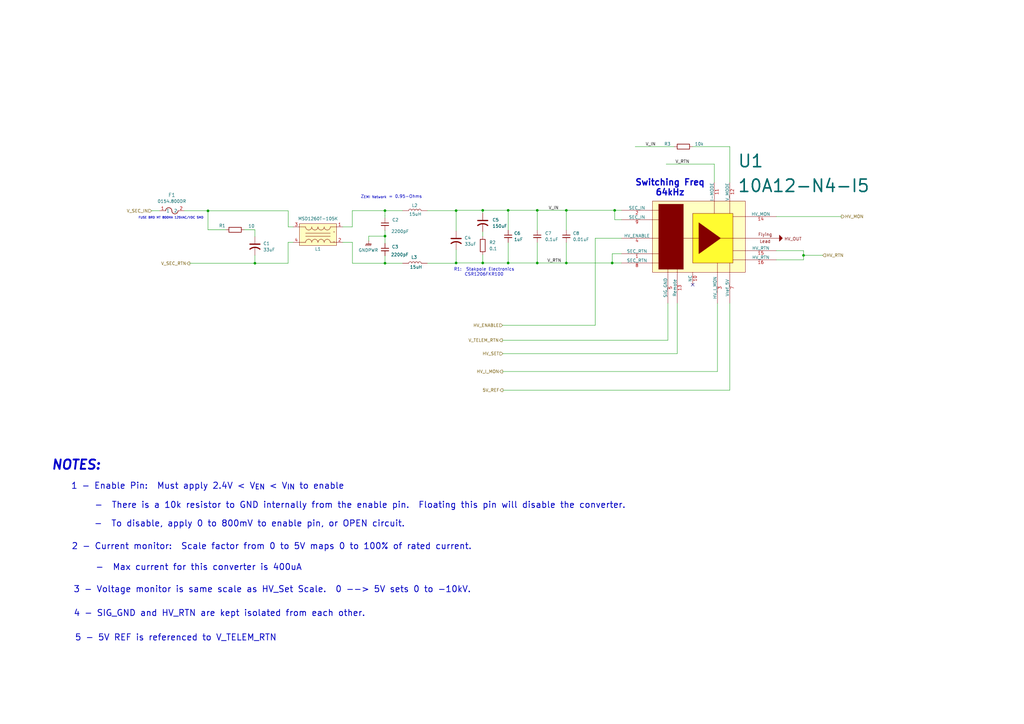
<source format=kicad_sch>
(kicad_sch
	(version 20250114)
	(generator "eeschema")
	(generator_version "9.0")
	(uuid "4b47fcff-694f-4124-8ffa-56e94af43193")
	(paper "A3")
	(lib_symbols
		(symbol "Advanced_Energy:10A12-N4-I5"
			(pin_names
				(offset 0)
			)
			(exclude_from_sim no)
			(in_bom yes)
			(on_board yes)
			(property "Reference" "U"
				(at 0 0 0)
				(effects
					(font
						(size 1.27 1.27)
					)
				)
			)
			(property "Value" ""
				(at 0 0 0)
				(effects
					(font
						(size 1.27 1.27)
					)
				)
			)
			(property "Footprint" ""
				(at 0 0 0)
				(effects
					(font
						(size 1.27 1.27)
					)
					(hide yes)
				)
			)
			(property "Datasheet" ""
				(at 0 0 0)
				(effects
					(font
						(size 1.27 1.27)
					)
					(hide yes)
				)
			)
			(property "Description" ""
				(at 0 0 0)
				(effects
					(font
						(size 1.27 1.27)
					)
					(hide yes)
				)
			)
			(symbol "10A12-N4-I5_0_1"
				(polyline
					(pts
						(xy 12.7 13.97) (xy 19.05 13.97)
					)
					(stroke
						(width 0)
						(type default)
					)
					(fill
						(type none)
					)
				)
			)
			(symbol "10A12-N4-I5_1_1"
				(rectangle
					(start 0 29.21)
					(end 38.1 0)
					(stroke
						(width 0)
						(type default)
					)
					(fill
						(type background)
					)
				)
				(polyline
					(pts
						(xy 0 25.4) (xy 2.54 25.4)
					)
					(stroke
						(width 0)
						(type default)
					)
					(fill
						(type none)
					)
				)
				(polyline
					(pts
						(xy 0 21.59) (xy 2.54 21.59)
					)
					(stroke
						(width 0)
						(type default)
					)
					(fill
						(type none)
					)
				)
				(polyline
					(pts
						(xy 0 13.97) (xy 2.54 13.97)
					)
					(stroke
						(width 0)
						(type default)
					)
					(fill
						(type none)
					)
				)
				(polyline
					(pts
						(xy 0 7.62) (xy 2.54 7.62)
					)
					(stroke
						(width 0)
						(type default)
					)
					(fill
						(type none)
					)
				)
				(polyline
					(pts
						(xy 0 3.81) (xy 2.54 3.81)
					)
					(stroke
						(width 0)
						(type default)
					)
					(fill
						(type none)
					)
				)
				(rectangle
					(start 2.54 27.94)
					(end 12.7 1.27)
					(stroke
						(width 0)
						(type default)
					)
					(fill
						(type outline)
					)
				)
				(polyline
					(pts
						(xy 6.35 0) (xy 6.35 1.27) (xy 6.35 2.54)
					)
					(stroke
						(width 0)
						(type default)
					)
					(fill
						(type none)
					)
				)
				(polyline
					(pts
						(xy 10.16 0) (xy 10.16 2.54)
					)
					(stroke
						(width 0)
						(type default)
					)
					(fill
						(type none)
					)
				)
				(rectangle
					(start 16.51 24.13)
					(end 33.02 3.81)
					(stroke
						(width 0)
						(type default)
					)
					(fill
						(type color)
						(color 255 252 49 1)
					)
				)
				(polyline
					(pts
						(xy 19.05 20.32) (xy 19.05 7.62) (xy 27.94 13.97) (xy 19.05 20.32)
					)
					(stroke
						(width 0)
						(type default)
					)
					(fill
						(type outline)
					)
				)
				(polyline
					(pts
						(xy 25.4 29.21) (xy 25.4 24.13)
					)
					(stroke
						(width 0)
						(type default)
					)
					(fill
						(type none)
					)
				)
				(polyline
					(pts
						(xy 26.67 0) (xy 26.67 3.81)
					)
					(stroke
						(width 0)
						(type default)
					)
					(fill
						(type none)
					)
				)
				(polyline
					(pts
						(xy 27.94 13.97) (xy 52.07 13.97)
					)
					(stroke
						(width 0)
						(type default)
					)
					(fill
						(type none)
					)
				)
				(polyline
					(pts
						(xy 31.75 29.21) (xy 31.75 24.13)
					)
					(stroke
						(width 0)
						(type default)
					)
					(fill
						(type none)
					)
				)
				(polyline
					(pts
						(xy 31.75 0) (xy 31.75 3.81)
					)
					(stroke
						(width 0)
						(type default)
					)
					(fill
						(type none)
					)
				)
				(polyline
					(pts
						(xy 38.1 22.86) (xy 33.02 22.86)
					)
					(stroke
						(width 0)
						(type default)
					)
					(fill
						(type none)
					)
				)
				(polyline
					(pts
						(xy 38.1 8.89) (xy 33.02 8.89)
					)
					(stroke
						(width 0)
						(type default)
					)
					(fill
						(type none)
					)
				)
				(polyline
					(pts
						(xy 38.1 5.08) (xy 33.02 5.08)
					)
					(stroke
						(width 0)
						(type default)
					)
					(fill
						(type none)
					)
				)
				(polyline
					(pts
						(xy 52.07 15.24) (xy 52.07 12.7) (xy 53.34 13.97) (xy 52.07 15.24)
					)
					(stroke
						(width 0)
						(type default)
					)
					(fill
						(type outline)
					)
				)
				(text "Flying"
					(at 46.228 15.494 0)
					(effects
						(font
							(size 1.27 1.27)
						)
					)
				)
				(text "Lead"
					(at 46.228 12.7 0)
					(effects
						(font
							(size 1.27 1.27)
						)
					)
				)
				(text "HV_OUT"
					(at 57.658 13.716 0)
					(effects
						(font
							(size 1.27 1.27)
						)
					)
				)
				(pin power_in line
					(at -12.7 25.4 0)
					(length 12.7)
					(name "SEC_IN"
						(effects
							(font
								(size 1.27 1.27)
							)
						)
					)
					(number "2"
						(effects
							(font
								(size 1.27 1.27)
							)
						)
					)
				)
				(pin power_in line
					(at -12.7 21.59 0)
					(length 12.7)
					(name "SEC_IN"
						(effects
							(font
								(size 1.27 1.27)
							)
						)
					)
					(number "9"
						(effects
							(font
								(size 1.27 1.27)
							)
						)
					)
				)
				(pin input line
					(at -12.7 13.97 0)
					(length 12.7)
					(name "HV_ENABLE"
						(effects
							(font
								(size 1.27 1.27)
							)
						)
					)
					(number "4"
						(effects
							(font
								(size 1.27 1.27)
							)
						)
					)
				)
				(pin power_out line
					(at -12.7 7.62 0)
					(length 12.7)
					(name "SEC_RTN"
						(effects
							(font
								(size 1.27 1.27)
							)
						)
					)
					(number "1"
						(effects
							(font
								(size 1.27 1.27)
							)
						)
					)
				)
				(pin power_out line
					(at -12.7 3.81 0)
					(length 12.7)
					(name "SEC_RTN"
						(effects
							(font
								(size 1.27 1.27)
							)
						)
					)
					(number "8"
						(effects
							(font
								(size 1.27 1.27)
							)
						)
					)
				)
				(pin power_out line
					(at 6.35 -12.7 90)
					(length 12.7)
					(name "SIG_GND"
						(effects
							(font
								(size 1.27 1.27)
							)
						)
					)
					(number "5"
						(effects
							(font
								(size 1.27 1.27)
							)
						)
					)
				)
				(pin input line
					(at 10.16 -12.7 90)
					(length 12.7)
					(name "Remote"
						(effects
							(font
								(size 1.27 1.27)
							)
						)
					)
					(number "13"
						(effects
							(font
								(size 1.27 1.27)
							)
						)
					)
				)
				(pin power_out line
					(at 16.51 -5.08 90)
					(length 5.08)
					(name "NC"
						(effects
							(font
								(size 1.27 1.27)
							)
						)
					)
					(number "10"
						(effects
							(font
								(size 1.27 1.27)
							)
						)
					)
				)
				(pin input line
					(at 25.4 36.83 270)
					(length 7.62)
					(name "I-MODE"
						(effects
							(font
								(size 1.27 1.27)
							)
						)
					)
					(number "11"
						(effects
							(font
								(size 1.27 1.27)
							)
						)
					)
				)
				(pin output line
					(at 26.67 -12.7 90)
					(length 12.7)
					(name "HV_I_MON"
						(effects
							(font
								(size 1.27 1.27)
							)
						)
					)
					(number "3"
						(effects
							(font
								(size 1.27 1.27)
							)
						)
					)
				)
				(pin input line
					(at 31.75 36.83 270)
					(length 7.62)
					(name "V_MODE"
						(effects
							(font
								(size 1.27 1.27)
							)
						)
					)
					(number "12"
						(effects
							(font
								(size 1.27 1.27)
							)
						)
					)
				)
				(pin power_out line
					(at 31.75 -12.7 90)
					(length 12.7)
					(name "Vref_5V"
						(effects
							(font
								(size 1.27 1.27)
							)
						)
					)
					(number "7"
						(effects
							(font
								(size 1.27 1.27)
							)
						)
					)
				)
				(pin output line
					(at 50.8 22.86 180)
					(length 12.7)
					(name "HV_MON"
						(effects
							(font
								(size 1.27 1.27)
							)
						)
					)
					(number "14"
						(effects
							(font
								(size 1.27 1.27)
							)
						)
					)
				)
				(pin power_in line
					(at 50.8 8.89 180)
					(length 12.7)
					(name "HV_RTN"
						(effects
							(font
								(size 1.27 1.27)
							)
						)
					)
					(number "15"
						(effects
							(font
								(size 1.27 1.27)
							)
						)
					)
				)
				(pin power_in line
					(at 50.8 5.08 180)
					(length 12.7)
					(name "HV_RTN"
						(effects
							(font
								(size 1.27 1.27)
							)
						)
					)
					(number "16"
						(effects
							(font
								(size 1.27 1.27)
							)
						)
					)
				)
			)
			(embedded_fonts no)
		)
		(symbol "CoilCraft:MSD1260T-105"
			(pin_names
				(offset 0)
			)
			(exclude_from_sim no)
			(in_bom yes)
			(on_board yes)
			(property "Reference" "L"
				(at 1.524 10.16 0)
				(effects
					(font
						(size 1.27 1.27)
					)
				)
			)
			(property "Value" ""
				(at 11.43 2.54 0)
				(effects
					(font
						(size 1.27 1.27)
					)
				)
			)
			(property "Footprint" ""
				(at 11.43 2.54 0)
				(effects
					(font
						(size 1.27 1.27)
					)
					(hide yes)
				)
			)
			(property "Datasheet" ""
				(at 11.43 2.54 0)
				(effects
					(font
						(size 1.27 1.27)
					)
					(hide yes)
				)
			)
			(property "Description" ""
				(at 11.43 2.54 0)
				(effects
					(font
						(size 1.27 1.27)
					)
					(hide yes)
				)
			)
			(property "Manufacturer" ""
				(at 0 0 0)
				(effects
					(font
						(size 1.27 1.27)
					)
					(hide yes)
				)
			)
			(property "Man. Part Num" ""
				(at 0 0 0)
				(effects
					(font
						(size 1.27 1.27)
					)
					(hide yes)
				)
			)
			(property "Distributor" ""
				(at 0 0 0)
				(effects
					(font
						(size 1.27 1.27)
					)
					(hide yes)
				)
			)
			(property "Dist. Part Num" ""
				(at 0 0 0)
				(effects
					(font
						(size 1.27 1.27)
					)
					(hide yes)
				)
			)
			(property "Package" ""
				(at 0 0 0)
				(effects
					(font
						(size 1.27 1.27)
					)
					(hide yes)
				)
			)
			(property "Part Type" ""
				(at 0 0 0)
				(effects
					(font
						(size 1.27 1.27)
					)
					(hide yes)
				)
			)
			(property "Notes" ""
				(at 0 0 0)
				(effects
					(font
						(size 1.27 1.27)
					)
					(hide yes)
				)
			)
			(symbol "MSD1260T-105_0_1"
				(polyline
					(pts
						(xy 2.54 3.81) (xy 12.7 3.81)
					)
					(stroke
						(width 0)
						(type default)
					)
					(fill
						(type none)
					)
				)
				(arc
					(start 3.8101 6.3499)
					(mid 2.912 6.7218)
					(end 2.5401 7.6199)
					(stroke
						(width 0)
						(type default)
					)
					(fill
						(type none)
					)
				)
				(arc
					(start 5.0801 7.6199)
					(mid 4.7081 6.7219)
					(end 3.8101 6.3499)
					(stroke
						(width 0)
						(type default)
					)
					(fill
						(type none)
					)
				)
				(arc
					(start 2.54 1.27)
					(mid 2.912 2.168)
					(end 3.81 2.54)
					(stroke
						(width 0)
						(type default)
					)
					(fill
						(type none)
					)
				)
				(arc
					(start 3.81 2.54)
					(mid 4.708 2.168)
					(end 5.08 1.27)
					(stroke
						(width 0)
						(type default)
					)
					(fill
						(type none)
					)
				)
				(arc
					(start 6.3501 6.3499)
					(mid 5.452 6.7218)
					(end 5.0801 7.6199)
					(stroke
						(width 0)
						(type default)
					)
					(fill
						(type none)
					)
				)
				(arc
					(start 7.6201 7.6199)
					(mid 7.2481 6.7219)
					(end 6.3501 6.3499)
					(stroke
						(width 0)
						(type default)
					)
					(fill
						(type none)
					)
				)
				(arc
					(start 5.08 1.27)
					(mid 5.452 2.168)
					(end 6.35 2.54)
					(stroke
						(width 0)
						(type default)
					)
					(fill
						(type none)
					)
				)
				(arc
					(start 6.35 2.54)
					(mid 7.248 2.168)
					(end 7.62 1.27)
					(stroke
						(width 0)
						(type default)
					)
					(fill
						(type none)
					)
				)
				(arc
					(start 8.8901 6.3499)
					(mid 7.992 6.7218)
					(end 7.6201 7.6199)
					(stroke
						(width 0)
						(type default)
					)
					(fill
						(type none)
					)
				)
				(arc
					(start 10.1601 7.6199)
					(mid 9.7881 6.7219)
					(end 8.8901 6.3499)
					(stroke
						(width 0)
						(type default)
					)
					(fill
						(type none)
					)
				)
				(arc
					(start 7.62 1.27)
					(mid 7.992 2.168)
					(end 8.89 2.54)
					(stroke
						(width 0)
						(type default)
					)
					(fill
						(type none)
					)
				)
				(arc
					(start 8.89 2.54)
					(mid 9.788 2.168)
					(end 10.16 1.27)
					(stroke
						(width 0)
						(type default)
					)
					(fill
						(type none)
					)
				)
				(arc
					(start 11.4301 6.3499)
					(mid 10.532 6.7218)
					(end 10.1601 7.6199)
					(stroke
						(width 0)
						(type default)
					)
					(fill
						(type none)
					)
				)
				(arc
					(start 12.7001 7.6199)
					(mid 12.3281 6.7219)
					(end 11.4301 6.3499)
					(stroke
						(width 0)
						(type default)
					)
					(fill
						(type none)
					)
				)
				(arc
					(start 10.16 1.27)
					(mid 10.532 2.168)
					(end 11.43 2.54)
					(stroke
						(width 0)
						(type default)
					)
					(fill
						(type none)
					)
				)
				(arc
					(start 11.43 2.54)
					(mid 12.328 2.168)
					(end 12.7 1.27)
					(stroke
						(width 0)
						(type default)
					)
					(fill
						(type none)
					)
				)
			)
			(symbol "MSD1260T-105_1_1"
				(rectangle
					(start 0 8.89)
					(end 15.24 0)
					(stroke
						(width 0)
						(type default)
					)
					(fill
						(type background)
					)
				)
				(polyline
					(pts
						(xy 2.54 7.62) (xy 0 7.62)
					)
					(stroke
						(width 0)
						(type default)
					)
					(fill
						(type none)
					)
				)
				(polyline
					(pts
						(xy 2.54 5.08) (xy 12.7 5.08)
					)
					(stroke
						(width 0)
						(type default)
					)
					(fill
						(type none)
					)
				)
				(polyline
					(pts
						(xy 2.54 1.27) (xy 0 1.27)
					)
					(stroke
						(width 0)
						(type default)
					)
					(fill
						(type none)
					)
				)
				(polyline
					(pts
						(xy 12.7 7.62) (xy 15.24 7.62)
					)
					(stroke
						(width 0)
						(type default)
					)
					(fill
						(type none)
					)
				)
				(polyline
					(pts
						(xy 12.7 1.27) (xy 15.24 1.27)
					)
					(stroke
						(width 0)
						(type default)
					)
					(fill
						(type none)
					)
				)
				(text "."
					(at 1.016 6.858 0)
					(effects
						(font
							(size 1.27 1.27)
						)
					)
				)
				(text "."
					(at 1.016 2.794 0)
					(effects
						(font
							(size 1.27 1.27)
						)
					)
				)
				(pin input line
					(at -2.54 7.62 0)
					(length 2.54)
					(name ""
						(effects
							(font
								(size 1.27 1.27)
							)
						)
					)
					(number "2"
						(effects
							(font
								(size 1.27 1.27)
							)
						)
					)
				)
				(pin input line
					(at -2.54 1.27 0)
					(length 2.54)
					(name ""
						(effects
							(font
								(size 1.27 1.27)
							)
						)
					)
					(number "1"
						(effects
							(font
								(size 1.27 1.27)
							)
						)
					)
				)
				(pin input line
					(at 17.78 7.62 180)
					(length 2.54)
					(name ""
						(effects
							(font
								(size 1.27 1.27)
							)
						)
					)
					(number "4"
						(effects
							(font
								(size 1.27 1.27)
							)
						)
					)
				)
				(pin input line
					(at 17.78 1.27 180)
					(length 2.54)
					(name ""
						(effects
							(font
								(size 1.27 1.27)
							)
						)
					)
					(number "3"
						(effects
							(font
								(size 1.27 1.27)
							)
						)
					)
				)
			)
			(embedded_fonts no)
		)
		(symbol "Little_Fuse:0154002.DR"
			(pin_names
				(offset 0.254)
			)
			(exclude_from_sim no)
			(in_bom yes)
			(on_board yes)
			(property "Reference" "F"
				(at 5.08 3.175 0)
				(effects
					(font
						(size 1.524 1.524)
					)
				)
			)
			(property "Value" "0154002.DR"
				(at 5.08 -3.175 0)
				(effects
					(font
						(size 1.524 1.524)
					)
				)
			)
			(property "Footprint" "0154Series_LTF"
				(at 0 0 0)
				(effects
					(font
						(size 1.27 1.27)
						(italic yes)
					)
					(hide yes)
				)
			)
			(property "Datasheet" "https://www.littelfuse.com/assetdocs/littelfuse-fuse-154-series-data-sheet?assetguid=a8a8a462-7295-481b-a91b-d770dabf005b"
				(at 0 0 0)
				(effects
					(font
						(size 1.27 1.27)
						(italic yes)
					)
					(hide yes)
				)
			)
			(property "Description" "2 A 125 V AC 125 V DC Fuse Board Mount (Cartridge Style Excluded) Requires Holder, Surface Mount 2-SMD, Square End Block with Holder"
				(at 0 0 0)
				(effects
					(font
						(size 1.27 1.27)
					)
					(hide yes)
				)
			)
			(property "Manufacturer" "Little Fuse"
				(at 0 0 0)
				(effects
					(font
						(size 1.27 1.27)
					)
					(hide yes)
				)
			)
			(property "Man. Part Num" "0154002.DR"
				(at 0 0 0)
				(effects
					(font
						(size 1.27 1.27)
					)
					(hide yes)
				)
			)
			(property "Distributor" "Digi-Key"
				(at 0 0 0)
				(effects
					(font
						(size 1.27 1.27)
					)
					(hide yes)
				)
			)
			(property "Dist. Part Num" "F1224CT-ND"
				(at 0 0 0)
				(effects
					(font
						(size 1.27 1.27)
					)
					(hide yes)
				)
			)
			(property "Part Type" "SMD"
				(at 0 0 0)
				(effects
					(font
						(size 1.27 1.27)
					)
					(hide yes)
				)
			)
			(property "Package" "Surface Mount 2-SMD, Square End Block with Holder"
				(at 0 0 0)
				(effects
					(font
						(size 1.27 1.27)
					)
					(hide yes)
				)
			)
			(property "Notes" ""
				(at 0 0 0)
				(effects
					(font
						(size 1.27 1.27)
					)
					(hide yes)
				)
			)
			(property "ki_keywords" "0154002.DR"
				(at 0 0 0)
				(effects
					(font
						(size 1.27 1.27)
					)
					(hide yes)
				)
			)
			(property "ki_fp_filters" "0154Series_LTF"
				(at 0 0 0)
				(effects
					(font
						(size 1.27 1.27)
					)
					(hide yes)
				)
			)
			(symbol "0154002.DR_1_1"
				(arc
					(start 2.54 0)
					(mid 3.81 1.2645)
					(end 5.08 0)
					(stroke
						(width 0.254)
						(type default)
					)
					(fill
						(type none)
					)
				)
				(arc
					(start 7.62 0)
					(mid 6.35 -1.2645)
					(end 5.08 0)
					(stroke
						(width 0.254)
						(type default)
					)
					(fill
						(type none)
					)
				)
				(pin unspecified line
					(at 0 0 0)
					(length 2.54)
					(name "1"
						(effects
							(font
								(size 1.27 1.27)
							)
						)
					)
					(number "1"
						(effects
							(font
								(size 1.27 1.27)
							)
						)
					)
				)
				(pin unspecified line
					(at 10.16 0 180)
					(length 2.54)
					(name "2"
						(effects
							(font
								(size 1.27 1.27)
							)
						)
					)
					(number "2"
						(effects
							(font
								(size 1.27 1.27)
							)
						)
					)
				)
			)
			(symbol "0154002.DR_1_2"
				(arc
					(start 0 7.62)
					(mid 1.2645 6.35)
					(end 0 5.08)
					(stroke
						(width 0.254)
						(type default)
					)
					(fill
						(type none)
					)
				)
				(arc
					(start 0 2.54)
					(mid -1.2645 3.81)
					(end 0 5.08)
					(stroke
						(width 0.254)
						(type default)
					)
					(fill
						(type none)
					)
				)
				(pin unspecified line
					(at 0 10.16 270)
					(length 2.54)
					(name "2"
						(effects
							(font
								(size 1.27 1.27)
							)
						)
					)
					(number "2"
						(effects
							(font
								(size 1.27 1.27)
							)
						)
					)
				)
				(pin unspecified line
					(at 0 0 90)
					(length 2.54)
					(name "1"
						(effects
							(font
								(size 1.27 1.27)
							)
						)
					)
					(number "1"
						(effects
							(font
								(size 1.27 1.27)
							)
						)
					)
				)
			)
			(embedded_fonts no)
		)
		(symbol "Passive_Parts:C"
			(pin_numbers
				(hide yes)
			)
			(pin_names
				(offset 0)
				(hide yes)
			)
			(exclude_from_sim no)
			(in_bom yes)
			(on_board yes)
			(property "Reference" "C"
				(at 2.54 5.08 0)
				(effects
					(font
						(size 1.27 1.27)
					)
				)
			)
			(property "Value" ""
				(at 0 0 0)
				(effects
					(font
						(size 1.27 1.27)
					)
				)
			)
			(property "Footprint" ""
				(at 0 0 0)
				(effects
					(font
						(size 1.27 1.27)
					)
					(hide yes)
				)
			)
			(property "Datasheet" ""
				(at 0 0 0)
				(effects
					(font
						(size 1.27 1.27)
					)
					(hide yes)
				)
			)
			(property "Description" ""
				(at 0 0 0)
				(effects
					(font
						(size 1.27 1.27)
					)
					(hide yes)
				)
			)
			(property "Manufacturer" ""
				(at 0 0 0)
				(effects
					(font
						(size 1.27 1.27)
					)
					(hide yes)
				)
			)
			(property "Man. Part Num" ""
				(at 0 0 0)
				(effects
					(font
						(size 1.27 1.27)
					)
					(hide yes)
				)
			)
			(property "Distributor" "Digi-Key"
				(at 0 0 0)
				(effects
					(font
						(size 1.27 1.27)
					)
					(hide yes)
				)
			)
			(property "Dist. Part Num" ""
				(at 0 0 0)
				(effects
					(font
						(size 1.27 1.27)
					)
					(hide yes)
				)
			)
			(property "Package" ""
				(at 0 0 0)
				(effects
					(font
						(size 1.27 1.27)
					)
					(hide yes)
				)
			)
			(property "Part Type" "SMD"
				(at 0 0 0)
				(effects
					(font
						(size 1.27 1.27)
					)
					(hide yes)
				)
			)
			(property "Notes" ""
				(at 0 0 0)
				(effects
					(font
						(size 1.27 1.27)
					)
					(hide yes)
				)
			)
			(symbol "C_0_1"
				(polyline
					(pts
						(xy 2.032 1.016) (xy 2.032 4.064)
					)
					(stroke
						(width 0.3048)
						(type default)
					)
					(fill
						(type none)
					)
				)
				(polyline
					(pts
						(xy 3.048 1.016) (xy 3.048 4.064)
					)
					(stroke
						(width 0.3302)
						(type default)
					)
					(fill
						(type none)
					)
				)
			)
			(symbol "C_1_1"
				(pin passive line
					(at 0 2.54 0)
					(length 2.032)
					(name "~"
						(effects
							(font
								(size 1.27 1.27)
							)
						)
					)
					(number "1"
						(effects
							(font
								(size 1.27 1.27)
							)
						)
					)
				)
				(pin passive line
					(at 5.08 2.54 180)
					(length 2.032)
					(name "~"
						(effects
							(font
								(size 1.27 1.27)
							)
						)
					)
					(number "2"
						(effects
							(font
								(size 1.27 1.27)
							)
						)
					)
				)
			)
			(embedded_fonts no)
		)
		(symbol "Passive_Parts:C_Tantalum"
			(pin_numbers
				(hide yes)
			)
			(pin_names
				(offset 0)
				(hide yes)
			)
			(exclude_from_sim no)
			(in_bom yes)
			(on_board yes)
			(property "Reference" "C"
				(at 0 0 0)
				(effects
					(font
						(size 1.27 1.27)
					)
				)
			)
			(property "Value" ""
				(at 0 0 0)
				(effects
					(font
						(size 1.27 1.27)
					)
				)
			)
			(property "Footprint" ""
				(at 0 0 0)
				(effects
					(font
						(size 1.27 1.27)
					)
					(hide yes)
				)
			)
			(property "Datasheet" ""
				(at 0 0 0)
				(effects
					(font
						(size 1.27 1.27)
					)
					(hide yes)
				)
			)
			(property "Description" ""
				(at 0 0 0)
				(effects
					(font
						(size 1.27 1.27)
					)
					(hide yes)
				)
			)
			(property "Manufacturer" ""
				(at 0 0 0)
				(effects
					(font
						(size 1.27 1.27)
					)
					(hide yes)
				)
			)
			(property "Man. Part Num" ""
				(at 0 0 0)
				(effects
					(font
						(size 1.27 1.27)
					)
					(hide yes)
				)
			)
			(property "Distributor" "Digi-Key"
				(at 0 0 0)
				(effects
					(font
						(size 1.27 1.27)
					)
					(hide yes)
				)
			)
			(property "Dist. Part Num" ""
				(at 0 0 0)
				(effects
					(font
						(size 1.27 1.27)
					)
					(hide yes)
				)
			)
			(property "Part Type" ""
				(at 0 0 0)
				(effects
					(font
						(size 1.27 1.27)
					)
					(hide yes)
				)
			)
			(property "Package" ""
				(at 0 0 0)
				(effects
					(font
						(size 1.27 1.27)
					)
					(hide yes)
				)
			)
			(property "Notes" ""
				(at 0 0 0)
				(effects
					(font
						(size 1.27 1.27)
					)
					(hide yes)
				)
			)
			(symbol "C_Tantalum_0_1"
				(polyline
					(pts
						(xy 4.318 0.508) (xy 4.318 4.572)
					)
					(stroke
						(width 0.508)
						(type default)
					)
					(fill
						(type none)
					)
				)
				(arc
					(start 6.35 0.508)
					(mid 5.6372 2.54)
					(end 6.35 4.572)
					(stroke
						(width 0.508)
						(type default)
					)
					(fill
						(type none)
					)
				)
			)
			(symbol "C_Tantalum_1_1"
				(pin passive line
					(at 1.27 2.54 0)
					(length 2.794)
					(name "~"
						(effects
							(font
								(size 1.27 1.27)
							)
						)
					)
					(number "1"
						(effects
							(font
								(size 1.27 1.27)
							)
						)
					)
				)
				(pin passive line
					(at 8.89 2.54 180)
					(length 3.302)
					(name "~"
						(effects
							(font
								(size 1.27 1.27)
							)
						)
					)
					(number "2"
						(effects
							(font
								(size 1.27 1.27)
							)
						)
					)
				)
			)
			(embedded_fonts no)
		)
		(symbol "Passive_Parts:L"
			(pin_numbers
				(hide yes)
			)
			(pin_names
				(hide yes)
			)
			(exclude_from_sim no)
			(in_bom yes)
			(on_board yes)
			(property "Reference" "L"
				(at 5.08 -1.27 0)
				(effects
					(font
						(size 1.27 1.27)
					)
				)
			)
			(property "Value" ""
				(at 0 0 0)
				(effects
					(font
						(size 1.27 1.27)
					)
				)
			)
			(property "Footprint" ""
				(at 0 0 0)
				(effects
					(font
						(size 1.27 1.27)
					)
					(hide yes)
				)
			)
			(property "Datasheet" ""
				(at 0 0 0)
				(effects
					(font
						(size 1.27 1.27)
					)
					(hide yes)
				)
			)
			(property "Description" ""
				(at 0 0 0)
				(effects
					(font
						(size 1.27 1.27)
					)
					(hide yes)
				)
			)
			(property "Manufacturer" ""
				(at 0 0 0)
				(effects
					(font
						(size 1.27 1.27)
					)
					(hide yes)
				)
			)
			(property "Man. Part Num" ""
				(at 0 0 0)
				(effects
					(font
						(size 1.27 1.27)
					)
					(hide yes)
				)
			)
			(property "Distributor" ""
				(at 0 0 0)
				(effects
					(font
						(size 1.27 1.27)
					)
					(hide yes)
				)
			)
			(property "Dist. Part Num" ""
				(at 0 0 0)
				(effects
					(font
						(size 1.27 1.27)
					)
					(hide yes)
				)
			)
			(property "Part Type" ""
				(at 0 0 0)
				(effects
					(font
						(size 1.27 1.27)
					)
					(hide yes)
				)
			)
			(property "Package" ""
				(at 0 0 0)
				(effects
					(font
						(size 1.27 1.27)
					)
					(hide yes)
				)
			)
			(property "Notes" ""
				(at 0 0 0)
				(effects
					(font
						(size 1.27 1.27)
					)
					(hide yes)
				)
			)
			(symbol "L_0_1"
				(arc
					(start 2.54 0)
					(mid 2.726 0.449)
					(end 3.175 0.635)
					(stroke
						(width 0)
						(type default)
					)
					(fill
						(type none)
					)
				)
				(arc
					(start 3.175 0.635)
					(mid 3.624 0.449)
					(end 3.81 0)
					(stroke
						(width 0)
						(type default)
					)
					(fill
						(type none)
					)
				)
				(arc
					(start 3.81 0)
					(mid 3.996 0.449)
					(end 4.445 0.635)
					(stroke
						(width 0)
						(type default)
					)
					(fill
						(type none)
					)
				)
				(arc
					(start 4.445 0.635)
					(mid 4.894 0.449)
					(end 5.08 0)
					(stroke
						(width 0)
						(type default)
					)
					(fill
						(type none)
					)
				)
				(arc
					(start 5.08 0)
					(mid 5.266 0.449)
					(end 5.715 0.635)
					(stroke
						(width 0)
						(type default)
					)
					(fill
						(type none)
					)
				)
				(arc
					(start 5.715 0.635)
					(mid 6.164 0.449)
					(end 6.35 0)
					(stroke
						(width 0)
						(type default)
					)
					(fill
						(type none)
					)
				)
				(arc
					(start 6.35 0)
					(mid 6.536 0.449)
					(end 6.985 0.635)
					(stroke
						(width 0)
						(type default)
					)
					(fill
						(type none)
					)
				)
				(arc
					(start 6.985 0.635)
					(mid 7.434 0.449)
					(end 7.62 0)
					(stroke
						(width 0)
						(type default)
					)
					(fill
						(type none)
					)
				)
			)
			(symbol "L_1_1"
				(pin passive line
					(at 0 0 0)
					(length 2.54)
					(name "1"
						(effects
							(font
								(size 1.27 1.27)
							)
						)
					)
					(number "1"
						(effects
							(font
								(size 1.27 1.27)
							)
						)
					)
				)
				(pin passive line
					(at 10.16 0 180)
					(length 2.54)
					(name "2"
						(effects
							(font
								(size 1.27 1.27)
							)
						)
					)
					(number "2"
						(effects
							(font
								(size 1.27 1.27)
							)
						)
					)
				)
			)
			(embedded_fonts no)
		)
		(symbol "Passive_Parts:R"
			(pin_numbers
				(hide yes)
			)
			(pin_names
				(offset 0)
				(hide yes)
			)
			(exclude_from_sim no)
			(in_bom yes)
			(on_board yes)
			(property "Reference" "R"
				(at 2.54 5.08 0)
				(effects
					(font
						(size 1.27 1.27)
					)
				)
			)
			(property "Value" ""
				(at 0 0 0)
				(effects
					(font
						(size 1.27 1.27)
					)
				)
			)
			(property "Footprint" ""
				(at 0 0 0)
				(effects
					(font
						(size 1.27 1.27)
					)
					(hide yes)
				)
			)
			(property "Datasheet" ""
				(at 0 0 0)
				(effects
					(font
						(size 1.27 1.27)
					)
					(hide yes)
				)
			)
			(property "Description" ""
				(at 0 0 0)
				(effects
					(font
						(size 1.27 1.27)
					)
					(hide yes)
				)
			)
			(property "Manufacturer" ""
				(at 0 0 0)
				(effects
					(font
						(size 1.27 1.27)
					)
					(hide yes)
				)
			)
			(property "Man. Part Num" ""
				(at 0 0 0)
				(effects
					(font
						(size 1.27 1.27)
					)
					(hide yes)
				)
			)
			(property "Distributor" "Digi-Key"
				(at 0 0 0)
				(effects
					(font
						(size 1.27 1.27)
					)
					(hide yes)
				)
			)
			(property "Dist. Part Num" ""
				(at 0 0 0)
				(effects
					(font
						(size 1.27 1.27)
					)
					(hide yes)
				)
			)
			(property "Part Type" "SMD"
				(at 0 0 0)
				(effects
					(font
						(size 1.27 1.27)
					)
					(hide yes)
				)
			)
			(property "Notes" ""
				(at 0 0 0)
				(effects
					(font
						(size 1.27 1.27)
					)
					(hide yes)
				)
			)
			(property "Package" ""
				(at 0 0 0)
				(effects
					(font
						(size 1.27 1.27)
					)
					(hide yes)
				)
			)
			(symbol "R_0_1"
				(rectangle
					(start 5.08 1.524)
					(end 0 3.556)
					(stroke
						(width 0.254)
						(type default)
					)
					(fill
						(type none)
					)
				)
			)
			(symbol "R_1_1"
				(pin passive line
					(at -1.27 2.54 0)
					(length 1.27)
					(name "~"
						(effects
							(font
								(size 1.27 1.27)
							)
						)
					)
					(number "1"
						(effects
							(font
								(size 1.27 1.27)
							)
						)
					)
				)
				(pin passive line
					(at 6.35 2.54 180)
					(length 1.27)
					(name "~"
						(effects
							(font
								(size 1.27 1.27)
							)
						)
					)
					(number "2"
						(effects
							(font
								(size 1.27 1.27)
							)
						)
					)
				)
			)
			(embedded_fonts no)
		)
		(symbol "power:GNDPWR"
			(power)
			(pin_numbers
				(hide yes)
			)
			(pin_names
				(offset 0)
				(hide yes)
			)
			(exclude_from_sim no)
			(in_bom yes)
			(on_board yes)
			(property "Reference" "#PWR"
				(at 0 -5.08 0)
				(effects
					(font
						(size 1.27 1.27)
					)
					(hide yes)
				)
			)
			(property "Value" "GNDPWR"
				(at 0 -3.302 0)
				(effects
					(font
						(size 1.27 1.27)
					)
				)
			)
			(property "Footprint" ""
				(at 0 -1.27 0)
				(effects
					(font
						(size 1.27 1.27)
					)
					(hide yes)
				)
			)
			(property "Datasheet" ""
				(at 0 -1.27 0)
				(effects
					(font
						(size 1.27 1.27)
					)
					(hide yes)
				)
			)
			(property "Description" "Power symbol creates a global label with name \"GNDPWR\" , global ground"
				(at 0 0 0)
				(effects
					(font
						(size 1.27 1.27)
					)
					(hide yes)
				)
			)
			(property "ki_keywords" "global ground"
				(at 0 0 0)
				(effects
					(font
						(size 1.27 1.27)
					)
					(hide yes)
				)
			)
			(symbol "GNDPWR_0_1"
				(polyline
					(pts
						(xy -1.016 -1.27) (xy -1.27 -2.032) (xy -1.27 -2.032)
					)
					(stroke
						(width 0.2032)
						(type default)
					)
					(fill
						(type none)
					)
				)
				(polyline
					(pts
						(xy -0.508 -1.27) (xy -0.762 -2.032) (xy -0.762 -2.032)
					)
					(stroke
						(width 0.2032)
						(type default)
					)
					(fill
						(type none)
					)
				)
				(polyline
					(pts
						(xy 0 -1.27) (xy 0 0)
					)
					(stroke
						(width 0)
						(type default)
					)
					(fill
						(type none)
					)
				)
				(polyline
					(pts
						(xy 0 -1.27) (xy -0.254 -2.032) (xy -0.254 -2.032)
					)
					(stroke
						(width 0.2032)
						(type default)
					)
					(fill
						(type none)
					)
				)
				(polyline
					(pts
						(xy 0.508 -1.27) (xy 0.254 -2.032) (xy 0.254 -2.032)
					)
					(stroke
						(width 0.2032)
						(type default)
					)
					(fill
						(type none)
					)
				)
				(polyline
					(pts
						(xy 1.016 -1.27) (xy -1.016 -1.27) (xy -1.016 -1.27)
					)
					(stroke
						(width 0.2032)
						(type default)
					)
					(fill
						(type none)
					)
				)
				(polyline
					(pts
						(xy 1.016 -1.27) (xy 0.762 -2.032) (xy 0.762 -2.032) (xy 0.762 -2.032)
					)
					(stroke
						(width 0.2032)
						(type default)
					)
					(fill
						(type none)
					)
				)
			)
			(symbol "GNDPWR_1_1"
				(pin power_in line
					(at 0 0 270)
					(length 0)
					(name "~"
						(effects
							(font
								(size 1.27 1.27)
							)
						)
					)
					(number "1"
						(effects
							(font
								(size 1.27 1.27)
							)
						)
					)
				)
			)
			(embedded_fonts no)
		)
	)
	(text "Switching Freq\n64kHz"
		(exclude_from_sim no)
		(at 274.8156 77.0054 0)
		(effects
			(font
				(size 2.54 2.54)
				(thickness 0.508)
				(bold yes)
			)
		)
		(uuid "0a357f50-a81f-4dab-a5ce-4babb7d294da")
	)
	(text "-  Max current for this converter is 400uA"
		(exclude_from_sim no)
		(at 81.5069 232.7226 0)
		(effects
			(font
				(size 2.54 2.54)
				(thickness 0.3175)
			)
		)
		(uuid "10f93eba-2bd2-41e6-afed-2223294c74b3")
	)
	(text "5 - 5V REF is referenced to V_TELEM_RTN"
		(exclude_from_sim no)
		(at 72.0978 261.5788 0)
		(effects
			(font
				(size 2.54 2.54)
				(thickness 0.3175)
			)
		)
		(uuid "1718a9cb-1772-41ad-9d76-33830f7d8221")
	)
	(text "Z_{EMI Network} = 0.95-Ohms"
		(exclude_from_sim no)
		(at 160.5277 80.748 0)
		(effects
			(font
				(size 1.27 1.27)
			)
		)
		(uuid "46c845be-98dc-4e0c-b669-a608fe88ac00")
	)
	(text "FUSE BRD MT 800MA 125VAC/VDC SMD"
		(exclude_from_sim no)
		(at 70.1343 89.4165 0)
		(effects
			(font
				(size 0.889 0.889)
			)
		)
		(uuid "759ce6ff-d8d3-430c-bc4a-4f63423f3cdd")
	)
	(text "NOTES:"
		(exclude_from_sim no)
		(at 31.2522 190.8028 0)
		(effects
			(font
				(size 3.81 3.81)
				(thickness 0.762)
				(bold yes)
				(italic yes)
			)
		)
		(uuid "822e7926-3f33-47cb-afc7-4a6d0696fe82")
	)
	(text "4 - SIG_GND and HV_RTN are kept isolated from each other.  "
		(exclude_from_sim no)
		(at 91.9664 251.5715 0)
		(effects
			(font
				(size 2.54 2.54)
				(thickness 0.3175)
			)
		)
		(uuid "92b28451-f8a9-48c9-aea7-6c290875ba11")
	)
	(text "2 - Current monitor:  Scale factor from 0 to 5V maps 0 to 100% of rated current.  "
		(exclude_from_sim no)
		(at 113.3757 224.1425 0)
		(effects
			(font
				(size 2.54 2.54)
				(thickness 0.3175)
			)
		)
		(uuid "99dfddd1-460b-4d64-8566-c5fd19c83290")
	)
	(text "R1:  Stakpole Electronics\nCSR1206FKR100"
		(exclude_from_sim no)
		(at 198.5455 111.6138 0)
		(effects
			(font
				(size 1.27 1.27)
			)
		)
		(uuid "a6287e26-9689-4f60-83f1-c9abf8f3b844")
	)
	(text "1 - Enable Pin:  Must apply 2.4V < V_{EN} < V_{IN} to enable"
		(exclude_from_sim no)
		(at 85.1841 199.3829 0)
		(effects
			(font
				(size 2.54 2.54)
				(thickness 0.3175)
			)
		)
		(uuid "bc83a48e-f30d-4dc0-9558-67d5c53fc898")
	)
	(text "-  To disable, apply 0 to 800mV to enable pin, or OPEN circuit."
		(exclude_from_sim no)
		(at 102.3442 214.827 0)
		(effects
			(font
				(size 2.54 2.54)
				(thickness 0.3175)
			)
		)
		(uuid "c1a58038-f8ff-411a-a1e9-2db265f809b3")
	)
	(text "3 - Voltage monitor is same scale as HV_Set Scale.  0 --> 5V sets 0 to -10kV."
		(exclude_from_sim no)
		(at 111.6597 241.7929 0)
		(effects
			(font
				(size 2.54 2.54)
				(thickness 0.3175)
			)
		)
		(uuid "d226b7c2-d0dd-4e5d-96e9-f6f809148073")
	)
	(text "-  There is a 10k resistor to GND internally from the enable pin.  Floating this pin will disable the converter."
		(exclude_from_sim no)
		(at 147.696 207.2275 0)
		(effects
			(font
				(size 2.54 2.54)
				(thickness 0.3175)
			)
		)
		(uuid "d8855e3b-8e73-4c14-be66-9eaf645faea6")
	)
	(junction
		(at 208.4133 86.2755)
		(diameter 0)
		(color 0 0 0 0)
		(uuid "0a352fb5-8b88-4409-951e-88623b95b2c6")
	)
	(junction
		(at 104.5558 107.9795)
		(diameter 0)
		(color 0 0 0 0)
		(uuid "14103712-3eaa-407b-a040-6bf28e3bd99e")
	)
	(junction
		(at 232.2893 107.8655)
		(diameter 0)
		(color 0 0 0 0)
		(uuid "1cf49767-1edf-464b-8c36-30481d7f5b8a")
	)
	(junction
		(at 157.8918 86.3783)
		(diameter 0)
		(color 0 0 0 0)
		(uuid "24da7e9b-c27a-44a7-8ef5-57730a658cf6")
	)
	(junction
		(at 197.9877 86.2755)
		(diameter 0)
		(color 0 0 0 0)
		(uuid "26a98737-1b80-4109-8451-1c3a07982e65")
	)
	(junction
		(at 220.3513 107.8655)
		(diameter 0)
		(color 0 0 0 0)
		(uuid "2c9fd67c-31fc-477e-8115-15f9c95b1ab1")
	)
	(junction
		(at 197.9877 107.8521)
		(diameter 0)
		(color 0 0 0 0)
		(uuid "7aed2566-6d1d-4f4b-bbb6-4d64baece405")
	)
	(junction
		(at 157.9043 107.9683)
		(diameter 0)
		(color 0 0 0 0)
		(uuid "807d1383-a1d1-4e7d-8764-9ae7bdc2cf9a")
	)
	(junction
		(at 85.3074 86.4794)
		(diameter 0)
		(color 0 0 0 0)
		(uuid "a0f6d027-fe7b-4ebb-a62a-02033ea0a055")
	)
	(junction
		(at 252.1013 86.2755)
		(diameter 0)
		(color 0 0 0 0)
		(uuid "a5f67c3a-44e0-4627-86ad-05e975d20711")
	)
	(junction
		(at 251.0853 107.8655)
		(diameter 0)
		(color 0 0 0 0)
		(uuid "b008ed59-f635-404c-9b38-21fd2771b46d")
	)
	(junction
		(at 220.3513 86.2755)
		(diameter 0)
		(color 0 0 0 0)
		(uuid "b3ef0bb2-0d41-466b-a62f-c8c4e43aceef")
	)
	(junction
		(at 187.0676 86.3783)
		(diameter 0)
		(color 0 0 0 0)
		(uuid "bf94eb24-e077-4d71-a0bb-ca42db3841f6")
	)
	(junction
		(at 232.2893 86.2755)
		(diameter 0)
		(color 0 0 0 0)
		(uuid "d4a012a5-e60c-4fc4-9eaf-b200a914740f")
	)
	(junction
		(at 329.5595 104.7268)
		(diameter 0)
		(color 0 0 0 0)
		(uuid "d8e2c50c-d010-4383-9d0b-8114f258b0d6")
	)
	(junction
		(at 208.4133 107.8655)
		(diameter 0)
		(color 0 0 0 0)
		(uuid "e5ae9703-f10b-4225-a43d-c386208924ac")
	)
	(junction
		(at 157.9043 96.8405)
		(diameter 0)
		(color 0 0 0 0)
		(uuid "ed4bd51a-159e-4e9b-b4e4-a8683f811d7c")
	)
	(junction
		(at 187.0676 107.8521)
		(diameter 0)
		(color 0 0 0 0)
		(uuid "fc1209ff-e2be-4c2d-945c-4257b963e085")
	)
	(no_connect
		(at 284.1053 116.7555)
		(uuid "01a74dab-9290-47c2-980a-b722c35b15ff")
	)
	(wire
		(pts
			(xy 206.1223 133.4426) (xy 244.1414 133.4426)
		)
		(stroke
			(width 0)
			(type default)
		)
		(uuid "00795951-5e5f-46f5-b4e0-37ef922aac83")
	)
	(wire
		(pts
			(xy 329.5595 104.7268) (xy 337.4041 104.7268)
		)
		(stroke
			(width 0)
			(type default)
		)
		(uuid "02f7b9e2-1ebf-4101-a625-dec5457a5e06")
	)
	(wire
		(pts
			(xy 151.2093 98.7814) (xy 151.2093 96.8405)
		)
		(stroke
			(width 0)
			(type default)
		)
		(uuid "09242bf8-b7ec-46c7-812b-d848358b904e")
	)
	(wire
		(pts
			(xy 175.2749 107.9683) (xy 187.0676 107.9683)
		)
		(stroke
			(width 0)
			(type default)
		)
		(uuid "0b2fc2b4-713f-4c75-9d9a-07a49a49880f")
	)
	(wire
		(pts
			(xy 104.5558 94.2514) (xy 104.5558 97.0864)
		)
		(stroke
			(width 0)
			(type default)
		)
		(uuid "0c11390d-b477-4c87-906c-a51267595fb0")
	)
	(wire
		(pts
			(xy 104.5558 104.7064) (xy 104.5558 107.9795)
		)
		(stroke
			(width 0)
			(type default)
		)
		(uuid "0ed08f9b-94a8-4b5f-ac8a-ef74a52547b6")
	)
	(wire
		(pts
			(xy 187.0676 86.2755) (xy 197.9877 86.2755)
		)
		(stroke
			(width 0)
			(type default)
		)
		(uuid "1255288b-7816-4d0c-91c2-ab68b843c54a")
	)
	(wire
		(pts
			(xy 187.0676 107.8521) (xy 197.9877 107.8521)
		)
		(stroke
			(width 0)
			(type default)
		)
		(uuid "144f12e7-abe8-44c4-ad70-347463341663")
	)
	(wire
		(pts
			(xy 273.9453 124.3755) (xy 273.9453 139.5523)
		)
		(stroke
			(width 0)
			(type default)
		)
		(uuid "15971d1b-4217-49a1-b126-464a32d87884")
	)
	(wire
		(pts
			(xy 187.0676 86.3783) (xy 187.0676 94.7731)
		)
		(stroke
			(width 0)
			(type default)
		)
		(uuid "168fc4e2-ec1a-4c0e-9ec5-1812ac90985e")
	)
	(wire
		(pts
			(xy 85.3074 86.4794) (xy 118.1923 86.4794)
		)
		(stroke
			(width 0)
			(type default)
		)
		(uuid "194d3b20-e39d-4ac5-9b98-bacafaa838ee")
	)
	(wire
		(pts
			(xy 197.9877 104.5188) (xy 197.9877 107.8521)
		)
		(stroke
			(width 0)
			(type default)
		)
		(uuid "194f8124-8e70-4635-b7a9-ee955e0da8ca")
	)
	(wire
		(pts
			(xy 232.2893 86.2755) (xy 232.2893 94.4035)
		)
		(stroke
			(width 0)
			(type default)
		)
		(uuid "208850ef-5d00-4557-895d-35cadc0cc5ac")
	)
	(wire
		(pts
			(xy 232.2893 99.4835) (xy 232.2893 107.8655)
		)
		(stroke
			(width 0)
			(type default)
		)
		(uuid "22f6b6ca-ff1d-4ace-bc7a-4c36b312dca4")
	)
	(wire
		(pts
			(xy 220.3513 86.2755) (xy 220.3513 94.4035)
		)
		(stroke
			(width 0)
			(type default)
		)
		(uuid "264389eb-c3d5-48f0-b3ca-bfc2bb4c1ed3")
	)
	(wire
		(pts
			(xy 254.8953 97.7055) (xy 244.1414 97.7055)
		)
		(stroke
			(width 0)
			(type default)
		)
		(uuid "28f62e2c-0103-4cb9-938e-1c67b374032b")
	)
	(wire
		(pts
			(xy 144.5599 107.9683) (xy 157.9043 107.9683)
		)
		(stroke
			(width 0)
			(type default)
		)
		(uuid "295ce384-30e9-4638-871f-8c05328b4340")
	)
	(wire
		(pts
			(xy 277.7553 124.3755) (xy 277.7553 145.0327)
		)
		(stroke
			(width 0)
			(type default)
		)
		(uuid "29ad33eb-bf07-47ab-9e3d-031efeb67ffe")
	)
	(wire
		(pts
			(xy 77.8986 107.9795) (xy 77.8986 108.0522)
		)
		(stroke
			(width 0)
			(type default)
		)
		(uuid "2cde1c38-8d9c-4029-b03d-762a03b14c0f")
	)
	(wire
		(pts
			(xy 329.5595 102.7855) (xy 329.5595 104.7268)
		)
		(stroke
			(width 0)
			(type default)
		)
		(uuid "30e0db27-ff60-4f6e-9c5d-28c0cc56885a")
	)
	(wire
		(pts
			(xy 220.3513 86.2755) (xy 232.2893 86.2755)
		)
		(stroke
			(width 0)
			(type default)
		)
		(uuid "318210a4-6b40-4a38-b827-d438f6aca283")
	)
	(wire
		(pts
			(xy 144.5114 86.3783) (xy 157.8918 86.3783)
		)
		(stroke
			(width 0)
			(type default)
		)
		(uuid "3321b8af-e79d-467a-843d-21e06c7034e6")
	)
	(wire
		(pts
			(xy 157.9043 107.9683) (xy 165.1149 107.9683)
		)
		(stroke
			(width 0)
			(type default)
		)
		(uuid "3bf9cc1f-82fe-4468-b864-46b9d3331f2b")
	)
	(wire
		(pts
			(xy 187.0676 102.3931) (xy 187.0676 107.8521)
		)
		(stroke
			(width 0)
			(type default)
		)
		(uuid "3d0b810b-843a-4f86-8b4d-fe985bdbef09")
	)
	(wire
		(pts
			(xy 208.4133 107.8655) (xy 220.3513 107.8655)
		)
		(stroke
			(width 0)
			(type default)
		)
		(uuid "4305a226-8bc7-4054-964b-757c52f793f8")
	)
	(wire
		(pts
			(xy 175.248 86.3783) (xy 187.0676 86.3783)
		)
		(stroke
			(width 0)
			(type default)
		)
		(uuid "4403a6c9-c19b-422c-b33c-bda43cbf7ac3")
	)
	(wire
		(pts
			(xy 206.1881 152.3794) (xy 294.2653 152.3794)
		)
		(stroke
			(width 0)
			(type default)
		)
		(uuid "44db3404-59ff-413a-be90-589dead96944")
	)
	(wire
		(pts
			(xy 157.9043 104.8896) (xy 157.9043 107.9683)
		)
		(stroke
			(width 0)
			(type default)
		)
		(uuid "44dc0c6c-b506-45af-8c05-7b98188885a6")
	)
	(wire
		(pts
			(xy 144.5599 99.4192) (xy 140.5748 99.4192)
		)
		(stroke
			(width 0)
			(type default)
		)
		(uuid "45177485-b08c-4c2d-86f3-86f2f6691d49")
	)
	(wire
		(pts
			(xy 144.5114 86.3783) (xy 144.5114 93.0692)
		)
		(stroke
			(width 0)
			(type default)
		)
		(uuid "4558bf4e-4352-4033-8dea-a6eed241c4b3")
	)
	(wire
		(pts
			(xy 299.3453 60.1348) (xy 299.3453 74.8455)
		)
		(stroke
			(width 0)
			(type default)
		)
		(uuid "47037579-758b-4a9e-9271-8eaf4b7dac90")
	)
	(wire
		(pts
			(xy 251.0853 107.8655) (xy 232.2893 107.8655)
		)
		(stroke
			(width 0)
			(type default)
		)
		(uuid "48e7ba09-8c9f-40ea-8bad-d1e63e038a13")
	)
	(wire
		(pts
			(xy 157.89 88.4672) (xy 157.8918 88.4672)
		)
		(stroke
			(width 0)
			(type default)
		)
		(uuid "48fbc7b2-3bfc-40f3-bd2e-40925ef60610")
	)
	(wire
		(pts
			(xy 104.5558 107.9795) (xy 118.1529 107.9795)
		)
		(stroke
			(width 0)
			(type default)
		)
		(uuid "4ab51989-d287-4c64-9e89-2da772c04227")
	)
	(wire
		(pts
			(xy 299.3453 124.3755) (xy 299.3453 160.0194)
		)
		(stroke
			(width 0)
			(type default)
		)
		(uuid "4ace9ff0-8aa0-406a-b1cc-dba47a8cde24")
	)
	(wire
		(pts
			(xy 197.9877 107.8521) (xy 197.9877 107.8655)
		)
		(stroke
			(width 0)
			(type default)
		)
		(uuid "568aeb2d-4c63-45f3-b4fc-57491070e46b")
	)
	(wire
		(pts
			(xy 187.0676 107.8521) (xy 187.0676 107.9683)
		)
		(stroke
			(width 0)
			(type default)
		)
		(uuid "5bbc5c0c-0db9-42cf-a99e-4cf1b359c5df")
	)
	(wire
		(pts
			(xy 157.9043 96.8405) (xy 157.9043 94.4946)
		)
		(stroke
			(width 0)
			(type default)
		)
		(uuid "5d8ca9fa-f2e6-4226-b78c-fffdcb09d7db")
	)
	(wire
		(pts
			(xy 292.9953 74.8455) (xy 292.9953 67.2995)
		)
		(stroke
			(width 0)
			(type default)
		)
		(uuid "5ebb0ed5-d70c-46f2-a04b-f9d9fef131d4")
	)
	(wire
		(pts
			(xy 244.1414 97.7055) (xy 244.1414 133.4426)
		)
		(stroke
			(width 0)
			(type default)
		)
		(uuid "5f277eb2-c155-4f91-ac1f-657bea3d4444")
	)
	(wire
		(pts
			(xy 284.0978 60.1348) (xy 299.3453 60.1348)
		)
		(stroke
			(width 0)
			(type default)
		)
		(uuid "61104c04-54d4-4a40-b4d1-03f33fe17c9d")
	)
	(wire
		(pts
			(xy 151.2093 96.8405) (xy 157.9043 96.8405)
		)
		(stroke
			(width 0)
			(type default)
		)
		(uuid "66ef5a2e-1ef3-4e8d-9cfa-223fc42cc3f1")
	)
	(wire
		(pts
			(xy 318.3953 88.8155) (xy 345.0671 88.8155)
		)
		(stroke
			(width 0)
			(type default)
		)
		(uuid "67c996d3-440e-4414-b86c-3df81900c127")
	)
	(wire
		(pts
			(xy 77.8986 107.9795) (xy 104.5558 107.9795)
		)
		(stroke
			(width 0)
			(type default)
		)
		(uuid "6b80761e-699d-4ba6-a0ea-246f80922b83")
	)
	(wire
		(pts
			(xy 318.3953 102.7855) (xy 329.5595 102.7855)
		)
		(stroke
			(width 0)
			(type default)
		)
		(uuid "6c2556cc-2074-4a4b-9bc9-31fc103e6d8b")
	)
	(wire
		(pts
			(xy 85.3074 86.4794) (xy 85.3074 94.2514)
		)
		(stroke
			(width 0)
			(type default)
		)
		(uuid "786e97cf-a0f9-4ccf-b810-b58b99ad4b28")
	)
	(wire
		(pts
			(xy 232.2893 107.8655) (xy 220.3513 107.8655)
		)
		(stroke
			(width 0)
			(type default)
		)
		(uuid "7a8ea6f0-f7df-45a7-ba05-42a0a2be8da0")
	)
	(wire
		(pts
			(xy 273.2001 67.2995) (xy 292.9953 67.2995)
		)
		(stroke
			(width 0)
			(type default)
		)
		(uuid "7e4defc8-19a9-4242-8613-222fed2807da")
	)
	(wire
		(pts
			(xy 254.8953 90.0855) (xy 252.1013 90.0855)
		)
		(stroke
			(width 0)
			(type default)
		)
		(uuid "7e628b50-ac41-496a-97cb-fb01d3774a38")
	)
	(wire
		(pts
			(xy 157.8918 86.3783) (xy 165.088 86.3783)
		)
		(stroke
			(width 0)
			(type default)
		)
		(uuid "82c42d6f-5335-46eb-a662-4ead5d2c2dbb")
	)
	(wire
		(pts
			(xy 85.3074 86.4496) (xy 85.3074 86.4794)
		)
		(stroke
			(width 0)
			(type default)
		)
		(uuid "8343302c-ddd7-4898-b1f4-219f7ca1726b")
	)
	(wire
		(pts
			(xy 254.8953 107.8655) (xy 251.0853 107.8655)
		)
		(stroke
			(width 0)
			(type default)
		)
		(uuid "8c88311d-ca88-45c4-b3fe-0d127613e81e")
	)
	(wire
		(pts
			(xy 144.5599 107.9683) (xy 144.5599 99.4192)
		)
		(stroke
			(width 0)
			(type default)
		)
		(uuid "8d3f51ce-f3d0-48d7-9135-8159e9144ca6")
	)
	(wire
		(pts
			(xy 62.1677 86.4496) (xy 62.1677 86.4819)
		)
		(stroke
			(width 0)
			(type default)
		)
		(uuid "8d87f77c-6512-4250-8546-1758cf0ff1ed")
	)
	(wire
		(pts
			(xy 208.4133 107.8655) (xy 208.4133 99.4835)
		)
		(stroke
			(width 0)
			(type default)
		)
		(uuid "908e56f1-4393-4173-8ac7-0c52cd80d26d")
	)
	(wire
		(pts
			(xy 252.1013 86.2755) (xy 252.1013 90.0855)
		)
		(stroke
			(width 0)
			(type default)
		)
		(uuid "917f6e0b-108b-473f-9e8f-c88b207838c6")
	)
	(wire
		(pts
			(xy 251.0853 104.0555) (xy 251.0853 107.8655)
		)
		(stroke
			(width 0)
			(type default)
		)
		(uuid "91f2a08a-ee80-4e31-b18e-39e4627f5ec6")
	)
	(wire
		(pts
			(xy 232.2893 86.2755) (xy 252.1013 86.2755)
		)
		(stroke
			(width 0)
			(type default)
		)
		(uuid "94133937-8756-4a27-8ad2-84b7b9e5cb4f")
	)
	(wire
		(pts
			(xy 197.9877 107.8655) (xy 208.4133 107.8655)
		)
		(stroke
			(width 0)
			(type default)
		)
		(uuid "97d5de69-266e-4d2b-acc2-351ff989f431")
	)
	(wire
		(pts
			(xy 118.1529 107.9795) (xy 118.1529 99.4192)
		)
		(stroke
			(width 0)
			(type default)
		)
		(uuid "99066147-f2ac-488f-b973-b6ebb12c8d23")
	)
	(wire
		(pts
			(xy 65.3946 86.4496) (xy 62.1677 86.4496)
		)
		(stroke
			(width 0)
			(type default)
		)
		(uuid "9a8e1388-6ec6-4a11-bcb2-a3e1b79342d8")
	)
	(wire
		(pts
			(xy 100.2306 94.2514) (xy 104.5558 94.2514)
		)
		(stroke
			(width 0)
			(type default)
		)
		(uuid "a0e32c9e-5244-4015-81d0-dd23905a17d2")
	)
	(wire
		(pts
			(xy 197.9877 95.0158) (xy 197.9877 96.8988)
		)
		(stroke
			(width 0)
			(type default)
		)
		(uuid "a11e2c79-764c-455b-a4a4-2f4922bfdcd0")
	)
	(wire
		(pts
			(xy 157.8918 86.3783) (xy 157.8918 88.4672)
		)
		(stroke
			(width 0)
			(type default)
		)
		(uuid "a3ab59fe-2c6d-4de0-bc75-4ccb8ebf5d32")
	)
	(wire
		(pts
			(xy 208.4133 86.2755) (xy 208.4133 94.4035)
		)
		(stroke
			(width 0)
			(type default)
		)
		(uuid "a5f465f6-b009-4eea-a7b0-7d311b684eef")
	)
	(wire
		(pts
			(xy 294.2653 124.3755) (xy 294.2653 152.3794)
		)
		(stroke
			(width 0)
			(type default)
		)
		(uuid "a82a25ba-3e8d-437c-932a-bf79b97a4ebb")
	)
	(wire
		(pts
			(xy 118.1529 99.4192) (xy 120.2548 99.4192)
		)
		(stroke
			(width 0)
			(type default)
		)
		(uuid "aff52b15-8652-422f-827e-05d8d699a82f")
	)
	(wire
		(pts
			(xy 206.2335 145.0327) (xy 277.7553 145.0327)
		)
		(stroke
			(width 0)
			(type default)
		)
		(uuid "b34a6d60-86c7-4e80-a397-2189b0f4d8fb")
	)
	(wire
		(pts
			(xy 75.5546 86.4496) (xy 85.3074 86.4496)
		)
		(stroke
			(width 0)
			(type default)
		)
		(uuid "b39287dd-22e7-4d00-8e70-911a58086b79")
	)
	(wire
		(pts
			(xy 118.1923 93.0692) (xy 120.2548 93.0692)
		)
		(stroke
			(width 0)
			(type default)
		)
		(uuid "bb5cec23-d7ce-4636-87a0-2c2bfdfa8ddf")
	)
	(wire
		(pts
			(xy 329.5595 104.7268) (xy 329.5595 106.5955)
		)
		(stroke
			(width 0)
			(type default)
		)
		(uuid "c026ec8f-399a-49f2-b716-bb48f1f33e80")
	)
	(wire
		(pts
			(xy 157.9043 96.8405) (xy 157.9043 99.8096)
		)
		(stroke
			(width 0)
			(type default)
		)
		(uuid "c0c492ef-5872-44a8-bcb8-662088a26fc5")
	)
	(wire
		(pts
			(xy 329.5595 106.5955) (xy 318.3953 106.5955)
		)
		(stroke
			(width 0)
			(type default)
		)
		(uuid "c97e1bfc-866b-468a-a8ab-74d4f3dedd5d")
	)
	(wire
		(pts
			(xy 197.9877 86.2755) (xy 208.4133 86.2755)
		)
		(stroke
			(width 0)
			(type default)
		)
		(uuid "cb39d165-b085-4860-9c8e-65257bfc86b8")
	)
	(wire
		(pts
			(xy 208.4133 86.2755) (xy 220.3513 86.2755)
		)
		(stroke
			(width 0)
			(type default)
		)
		(uuid "cc3bc404-8931-4916-bb45-1528d50947ba")
	)
	(wire
		(pts
			(xy 85.3074 94.2514) (xy 92.6106 94.2514)
		)
		(stroke
			(width 0)
			(type default)
		)
		(uuid "cda091d5-d4bc-4a3b-a6d6-45da10b6de44")
	)
	(wire
		(pts
			(xy 157.89 89.4146) (xy 157.89 88.4672)
		)
		(stroke
			(width 0)
			(type default)
		)
		(uuid "d4731588-7428-43a2-a7ef-3dff777795e8")
	)
	(wire
		(pts
			(xy 276.4778 60.1348) (xy 260.5014 60.1348)
		)
		(stroke
			(width 0)
			(type default)
		)
		(uuid "d5140e74-05de-4a25-9e6c-127bb57fc28d")
	)
	(wire
		(pts
			(xy 220.3513 99.4835) (xy 220.3513 107.8655)
		)
		(stroke
			(width 0)
			(type default)
		)
		(uuid "d80405c1-499f-4b00-9c30-5acb452009a3")
	)
	(wire
		(pts
			(xy 118.1923 86.4794) (xy 118.1923 93.0692)
		)
		(stroke
			(width 0)
			(type default)
		)
		(uuid "e373fc68-bffe-49f9-9f8e-bf4da6230500")
	)
	(wire
		(pts
			(xy 157.9043 94.4946) (xy 157.89 94.4946)
		)
		(stroke
			(width 0)
			(type default)
		)
		(uuid "e5c0bbe6-122b-4f01-9f0f-062bab94986f")
	)
	(wire
		(pts
			(xy 206.3071 160.0194) (xy 299.3453 160.0194)
		)
		(stroke
			(width 0)
			(type default)
		)
		(uuid "efd882b5-7876-4f1b-ac83-ab576f8e1918")
	)
	(wire
		(pts
			(xy 197.9877 87.3958) (xy 197.9877 86.2755)
		)
		(stroke
			(width 0)
			(type default)
		)
		(uuid "f2e2d998-1585-4abf-81b1-93e09d1b8be7")
	)
	(wire
		(pts
			(xy 144.5114 93.0692) (xy 140.5748 93.0692)
		)
		(stroke
			(width 0)
			(type default)
		)
		(uuid "f525c628-e69a-4f10-99f4-44b3271b1e79")
	)
	(wire
		(pts
			(xy 252.1013 86.2755) (xy 254.8953 86.2755)
		)
		(stroke
			(width 0)
			(type default)
		)
		(uuid "f80d7d8b-a40d-43a6-989b-8b5dfd6b1a6a")
	)
	(wire
		(pts
			(xy 254.8953 104.0555) (xy 251.0853 104.0555)
		)
		(stroke
			(width 0)
			(type default)
		)
		(uuid "f85d372a-407f-4dba-acfd-4d59a0196774")
	)
	(wire
		(pts
			(xy 187.0676 86.2755) (xy 187.0676 86.3783)
		)
		(stroke
			(width 0)
			(type default)
		)
		(uuid "fa8ebc47-58bb-45b0-b2d7-3d509bdd60fc")
	)
	(wire
		(pts
			(xy 206.0733 139.5523) (xy 273.9453 139.5523)
		)
		(stroke
			(width 0)
			(type default)
		)
		(uuid "fac96e48-eb9a-4e2f-b7e4-43b4c5d30b33")
	)
	(label "V_IN"
		(at 264.7557 60.1348 0)
		(effects
			(font
				(size 1.27 1.27)
			)
			(justify left bottom)
		)
		(uuid "16e03f9c-92e2-4ebc-bc56-bce7ab656e76")
	)
	(label "V_RTN"
		(at 276.9751 67.2995 0)
		(effects
			(font
				(size 1.27 1.27)
			)
			(justify left bottom)
		)
		(uuid "22c9138a-af6f-4be2-88d1-b6dc2a9d35b3")
	)
	(label "V_IN"
		(at 224.9733 86.2755 0)
		(effects
			(font
				(size 1.27 1.27)
			)
			(justify left bottom)
		)
		(uuid "48d08572-5382-4fd6-a54b-87217e632ae7")
	)
	(label "V_RTN"
		(at 224.434 107.8655 0)
		(effects
			(font
				(size 1.27 1.27)
			)
			(justify left bottom)
		)
		(uuid "a7502107-27e3-4ea3-95a0-9dc57056955a")
	)
	(hierarchical_label "HV_MON"
		(shape output)
		(at 345.0671 88.8155 0)
		(effects
			(font
				(size 1.27 1.27)
			)
			(justify left)
		)
		(uuid "208546f9-703b-4418-9018-397d5ed12072")
	)
	(hierarchical_label "V_SEC_IN"
		(shape input)
		(at 62.1677 86.4819 180)
		(effects
			(font
				(size 1.27 1.27)
			)
			(justify right)
		)
		(uuid "21aabe85-08fa-4e36-99dc-66cca734d726")
	)
	(hierarchical_label "V_SEC_RTN"
		(shape output)
		(at 77.8986 108.0522 180)
		(effects
			(font
				(size 1.27 1.27)
			)
			(justify right)
		)
		(uuid "28f85199-5cb1-4d36-b630-63cc2e26f515")
	)
	(hierarchical_label "5V_REF"
		(shape output)
		(at 206.3071 160.0194 180)
		(effects
			(font
				(size 1.27 1.27)
			)
			(justify right)
		)
		(uuid "4f790d31-ced3-4b2a-8451-5646ede80517")
	)
	(hierarchical_label "HV_ENABLE"
		(shape input)
		(at 206.1223 133.4426 180)
		(effects
			(font
				(size 1.27 1.27)
			)
			(justify right)
		)
		(uuid "4fa186bb-9af6-450d-a10b-e552db69b7af")
	)
	(hierarchical_label "V_TELEM_RTN"
		(shape output)
		(at 206.0733 139.5523 180)
		(effects
			(font
				(size 1.27 1.27)
			)
			(justify right)
		)
		(uuid "56c22d5a-10fc-4e97-9600-ced5585be9a0")
	)
	(hierarchical_label "HV_SET"
		(shape input)
		(at 206.2335 145.0327 180)
		(effects
			(font
				(size 1.27 1.27)
			)
			(justify right)
		)
		(uuid "7443d500-d5ba-4de9-90e7-ebdcea8b3ca3")
	)
	(hierarchical_label "HV_I_MON"
		(shape output)
		(at 206.1881 152.3794 180)
		(effects
			(font
				(size 1.27 1.27)
			)
			(justify right)
		)
		(uuid "ce760571-4cbb-4e4f-952c-de8125359079")
	)
	(hierarchical_label "HV_RTN"
		(shape input)
		(at 337.4041 104.7268 0)
		(effects
			(font
				(size 1.27 1.27)
			)
			(justify left)
		)
		(uuid "e9162841-0a6a-46d8-9016-9c11f01b1cb4")
	)
	(symbol
		(lib_id "Passive_Parts:C_Tantalum")
		(at 102.0158 95.8164 270)
		(unit 1)
		(exclude_from_sim no)
		(in_bom yes)
		(on_board yes)
		(dnp no)
		(fields_autoplaced yes)
		(uuid "07c3d726-ae22-4447-af34-e1b61acfc2ed")
		(property "Reference" "C1"
			(at 107.95 99.8803 90)
			(effects
				(font
					(size 1.27 1.27)
				)
				(justify left)
			)
		)
		(property "Value" "33uF"
			(at 107.95 102.4203 90)
			(effects
				(font
					(size 1.27 1.27)
				)
				(justify left)
			)
		)
		(property "Footprint" "Capacitor_Tantalum_SMD:CP_EIA-6032-15_Kemet-U"
			(at 102.0158 95.8164 0)
			(effects
				(font
					(size 1.27 1.27)
				)
				(hide yes)
			)
		)
		(property "Datasheet" "https://content.kemet.com/datasheets/KEM_T2005_T491.pdf"
			(at 102.0158 95.8164 0)
			(effects
				(font
					(size 1.27 1.27)
				)
				(hide yes)
			)
		)
		(property "Description" "33 µF Molded Tantalum Capacitors 16 V 2312 (6032 Metric) 1.2Ohm"
			(at 102.0158 95.8164 0)
			(effects
				(font
					(size 1.27 1.27)
				)
				(hide yes)
			)
		)
		(property "Manufacturer" "KEMET"
			(at 102.0158 95.8164 0)
			(effects
				(font
					(size 1.27 1.27)
				)
				(hide yes)
			)
		)
		(property "Man. Part Num" "T491C336K016AT"
			(at 102.0158 95.8164 0)
			(effects
				(font
					(size 1.27 1.27)
				)
				(hide yes)
			)
		)
		(property "Distributor" "Digi-Key"
			(at 102.0158 95.8164 0)
			(effects
				(font
					(size 1.27 1.27)
				)
				(hide yes)
			)
		)
		(property "Dist. Part Num" "399-3750-1-ND"
			(at 102.0158 95.8164 0)
			(effects
				(font
					(size 1.27 1.27)
				)
				(hide yes)
			)
		)
		(property "Part Type" "SMD"
			(at 102.0158 95.8164 0)
			(effects
				(font
					(size 1.27 1.27)
				)
				(hide yes)
			)
		)
		(property "Package" "2312 (6032 Metric)"
			(at 102.0158 95.8164 0)
			(effects
				(font
					(size 1.27 1.27)
				)
				(hide yes)
			)
		)
		(property "Notes" ""
			(at 102.0158 95.8164 0)
			(effects
				(font
					(size 1.27 1.27)
				)
				(hide yes)
			)
		)
		(pin "2"
			(uuid "7cc7d51c-f0fd-4350-b24c-1a815be3849c")
		)
		(pin "1"
			(uuid "bd349ca7-23c6-433a-9376-8353ce21822b")
		)
		(instances
			(project "TPC_COLD_HV_PDU"
				(path "/5ecd9e82-fea0-4c47-a005-55cc512b1aa2/b07d989f-3fc9-45e7-9ba6-dfecd8815698"
					(reference "C1")
					(unit 1)
				)
			)
		)
	)
	(symbol
		(lib_id "Passive_Parts:L")
		(at 165.1149 107.9683 0)
		(unit 1)
		(exclude_from_sim no)
		(in_bom yes)
		(on_board yes)
		(dnp no)
		(uuid "181ae66f-82e7-4328-a210-67ae784b0afa")
		(property "Reference" "L3"
			(at 169.8433 105.5035 0)
			(effects
				(font
					(size 1.27 1.27)
				)
			)
		)
		(property "Value" "15uH"
			(at 170.6376 109.5245 0)
			(effects
				(font
					(size 1.27 1.27)
				)
			)
		)
		(property "Footprint" "CoilCraft:LP3030"
			(at 165.1149 107.9683 0)
			(effects
				(font
					(size 1.27 1.27)
				)
				(hide yes)
			)
		)
		(property "Datasheet" "https://www.coilcraft.com/getmedia/e3f7831a-a36c-4a24-b01f-e77ff3e5bf2b/lps3030.pdf"
			(at 165.1149 107.9683 0)
			(effects
				(font
					(size 1.27 1.27)
				)
				(hide yes)
			)
		)
		(property "Description" "Shielded Power Inductors – LPS3030"
			(at 165.1149 107.9683 0)
			(effects
				(font
					(size 1.27 1.27)
				)
				(hide yes)
			)
		)
		(property "Manufacturer" "CoilCraft"
			(at 165.1149 107.9683 0)
			(effects
				(font
					(size 1.27 1.27)
				)
				(hide yes)
			)
		)
		(property "Man. Part Num" "LPS3030-153MR_"
			(at 165.1149 107.9683 0)
			(effects
				(font
					(size 1.27 1.27)
				)
				(hide yes)
			)
		)
		(property "Distributor" "CoilCraft"
			(at 165.1149 107.9683 0)
			(effects
				(font
					(size 1.27 1.27)
				)
				(hide yes)
			)
		)
		(property "Dist. Part Num" "LPS3030-153MR_"
			(at 165.1149 107.9683 0)
			(effects
				(font
					(size 1.27 1.27)
				)
				(hide yes)
			)
		)
		(property "Part Type" "SMD"
			(at 165.1149 107.9683 0)
			(effects
				(font
					(size 1.27 1.27)
				)
				(hide yes)
			)
		)
		(property "Package" ""
			(at 165.1149 107.9683 0)
			(effects
				(font
					(size 1.27 1.27)
				)
				(hide yes)
			)
		)
		(property "Notes" ""
			(at 165.1149 107.9683 0)
			(effects
				(font
					(size 1.27 1.27)
				)
				(hide yes)
			)
		)
		(pin "1"
			(uuid "639e4163-a2c2-49ed-bdbf-0810af0786b5")
		)
		(pin "2"
			(uuid "505366b7-71dd-4a46-9437-84da13edb2ee")
		)
		(instances
			(project "TPC_COLD_HV_PDU"
				(path "/5ecd9e82-fea0-4c47-a005-55cc512b1aa2/b07d989f-3fc9-45e7-9ba6-dfecd8815698"
					(reference "L3")
					(unit 1)
				)
			)
		)
	)
	(symbol
		(lib_id "Passive_Parts:C")
		(at 155.3643 99.8096 270)
		(unit 1)
		(exclude_from_sim no)
		(in_bom yes)
		(on_board yes)
		(dnp no)
		(uuid "22c620f1-070e-49b1-b921-80f301a114a3")
		(property "Reference" "C3"
			(at 160.692 101.2239 90)
			(effects
				(font
					(size 1.27 1.27)
				)
				(justify left)
			)
		)
		(property "Value" "2200pF"
			(at 160.3198 104.4493 90)
			(effects
				(font
					(size 1.27 1.27)
				)
				(justify left)
			)
		)
		(property "Footprint" "Capacitor_SMD:C_2220_5750Metric"
			(at 155.3643 99.8096 0)
			(effects
				(font
					(size 1.27 1.27)
				)
				(hide yes)
			)
		)
		(property "Datasheet" "https://search.murata.co.jp/Ceramy/image/img/A01X/G101/ENG/GA355QR7GF222KW01-01.pdf"
			(at 155.3643 99.8096 0)
			(effects
				(font
					(size 1.27 1.27)
				)
				(hide yes)
			)
		)
		(property "Description" "2200 pF ±10% 250VAC Ceramic Capacitor X7R 2220 (5750 Metric)"
			(at 155.3643 99.8096 0)
			(effects
				(font
					(size 1.27 1.27)
				)
				(hide yes)
			)
		)
		(property "Manufacturer" "Murata Electronics"
			(at 155.3643 99.8096 0)
			(effects
				(font
					(size 1.27 1.27)
				)
				(hide yes)
			)
		)
		(property "Man. Part Num" "GA355QR7GF222KW01L"
			(at 155.3643 99.8096 0)
			(effects
				(font
					(size 1.27 1.27)
				)
				(hide yes)
			)
		)
		(property "Distributor" "Digi-Key"
			(at 155.3643 99.8096 0)
			(effects
				(font
					(size 1.27 1.27)
				)
				(hide yes)
			)
		)
		(property "Dist. Part Num" "490-3480-1-ND"
			(at 155.3643 99.8096 0)
			(effects
				(font
					(size 1.27 1.27)
				)
				(hide yes)
			)
		)
		(property "Package" "2220 (5750 Metric)"
			(at 155.3643 99.8096 0)
			(effects
				(font
					(size 1.27 1.27)
				)
				(hide yes)
			)
		)
		(property "Part Type" "SMD"
			(at 155.3643 99.8096 0)
			(effects
				(font
					(size 1.27 1.27)
				)
				(hide yes)
			)
		)
		(property "Notes" ""
			(at 155.3643 99.8096 0)
			(effects
				(font
					(size 1.27 1.27)
				)
				(hide yes)
			)
		)
		(pin "1"
			(uuid "6ad8db47-079a-4085-ad5e-1f7b02c53978")
		)
		(pin "2"
			(uuid "ec1b9e9f-4a86-4051-98fa-e307bc5a8f2a")
		)
		(instances
			(project "TPC_COLD_HV_PDU"
				(path "/5ecd9e82-fea0-4c47-a005-55cc512b1aa2/b07d989f-3fc9-45e7-9ba6-dfecd8815698"
					(reference "C3")
					(unit 1)
				)
			)
		)
	)
	(symbol
		(lib_id "Advanced_Energy:10A12-N4-I5")
		(at 267.5953 111.6755 0)
		(unit 1)
		(exclude_from_sim no)
		(in_bom yes)
		(on_board yes)
		(dnp no)
		(fields_autoplaced yes)
		(uuid "28aa1b23-2ba8-4c6b-b400-ab63bc97968e")
		(property "Reference" "U1"
			(at 302.3618 66.04 0)
			(effects
				(font
					(size 5.08 5.08)
					(thickness 0.635)
				)
				(justify left)
			)
		)
		(property "Value" "10A12-N4-I5"
			(at 302.3618 76.2 0)
			(effects
				(font
					(size 5.08 5.08)
					(thickness 0.635)
				)
				(justify left)
			)
		)
		(property "Footprint" "Advanced_Energy:10A12-N4-I5"
			(at 267.5953 111.6755 0)
			(effects
				(font
					(size 1.27 1.27)
				)
				(hide yes)
			)
		)
		(property "Datasheet" "https://www.advancedenergy.com/getmedia/a2c43eac-0f18-4b88-8945-a25332465709/en-hv-ultravolt-10a-data-sheet.pdf"
			(at 267.5953 111.6755 0)
			(effects
				(font
					(size 1.27 1.27)
				)
				(hide yes)
			)
		)
		(property "Description" "High Voltage - Non-Isolated Module DC DC Converter 1 Output 10000V 400µA 11V - 16V Input"
			(at 267.5953 111.6755 0)
			(effects
				(font
					(size 1.27 1.27)
				)
				(hide yes)
			)
		)
		(property "Manufacturer" "Advanced Energy"
			(at 267.5953 111.6755 0)
			(effects
				(font
					(size 1.27 1.27)
				)
				(hide yes)
			)
		)
		(property "Man. Part Num" "10A12-N4-I5"
			(at 267.5953 111.6755 0)
			(effects
				(font
					(size 1.27 1.27)
				)
				(hide yes)
			)
		)
		(property "Part Type" "Through Hole"
			(at 267.5953 111.6755 0)
			(effects
				(font
					(size 1.27 1.27)
				)
				(hide yes)
			)
		)
		(property "Package" "-"
			(at 267.5953 111.6755 0)
			(effects
				(font
					(size 1.27 1.27)
				)
				(hide yes)
			)
		)
		(property "Notes" "-"
			(at 267.5953 111.6755 0)
			(effects
				(font
					(size 1.27 1.27)
				)
				(hide yes)
			)
		)
		(property "Distributor" "Digi-Key"
			(at 267.5953 111.6755 0)
			(effects
				(font
					(size 1.27 1.27)
				)
				(hide yes)
			)
		)
		(property "Dist. Part Num" "633-10A12-N4-I5-ND"
			(at 267.5953 111.6755 0)
			(effects
				(font
					(size 1.27 1.27)
				)
				(hide yes)
			)
		)
		(pin "11"
			(uuid "da92a630-0733-408d-9cac-266d6717ddcd")
		)
		(pin "3"
			(uuid "8c308317-260d-48b8-ad1a-cb81a93758bf")
		)
		(pin "2"
			(uuid "7ec46223-801a-409d-a315-4e94db8b6ac8")
		)
		(pin "16"
			(uuid "42d2eaac-4bd7-48f2-a216-193f3f3aeccc")
		)
		(pin "15"
			(uuid "c2cb6038-4cc8-48dc-bf90-ab02e8046c30")
		)
		(pin "7"
			(uuid "cbbf276c-8c04-4b37-acff-1d41bf77490b")
		)
		(pin "9"
			(uuid "2c39e45d-9957-4d2e-b257-3c087fd98682")
		)
		(pin "4"
			(uuid "0d8d8141-7ea5-4f26-b10a-7005411e2d16")
		)
		(pin "1"
			(uuid "fe906bda-fbe1-41d4-904a-3a4fd1952b8a")
		)
		(pin "10"
			(uuid "3d53d508-5f78-4c07-8ec2-123d0c2aa673")
		)
		(pin "13"
			(uuid "10c2b61a-fa1e-41b3-be89-d2337c064abd")
		)
		(pin "8"
			(uuid "4ef01be0-96e3-4805-8578-3b30533510bf")
		)
		(pin "14"
			(uuid "f56dcc19-e665-459e-9241-6b4ea96365ca")
		)
		(pin "5"
			(uuid "9e6b5b2f-8696-4783-98fa-8cb3c87e8062")
		)
		(pin "12"
			(uuid "a58487ce-c4d1-44b0-8b39-7abf09dfe767")
		)
		(instances
			(project "TPC_COLD_HV_PDU"
				(path "/5ecd9e82-fea0-4c47-a005-55cc512b1aa2/b07d989f-3fc9-45e7-9ba6-dfecd8815698"
					(reference "U1")
					(unit 1)
				)
			)
		)
	)
	(symbol
		(lib_id "Passive_Parts:R")
		(at 195.4477 98.1688 270)
		(unit 1)
		(exclude_from_sim no)
		(in_bom yes)
		(on_board yes)
		(dnp no)
		(fields_autoplaced yes)
		(uuid "2b559fd9-12dc-4fa3-a062-af61b0bb840a")
		(property "Reference" "R2"
			(at 200.6364 99.4387 90)
			(effects
				(font
					(size 1.27 1.27)
				)
				(justify left)
			)
		)
		(property "Value" "0.1"
			(at 200.6364 101.9787 90)
			(effects
				(font
					(size 1.27 1.27)
				)
				(justify left)
			)
		)
		(property "Footprint" "Resistor_SMD:R_1206_3216Metric"
			(at 195.4477 98.1688 0)
			(effects
				(font
					(size 1.27 1.27)
				)
				(hide yes)
			)
		)
		(property "Datasheet" "https://www.vishay.com/docs/20019/rcwe.pdf"
			(at 195.4477 98.1688 0)
			(effects
				(font
					(size 1.27 1.27)
				)
				(hide yes)
			)
		)
		(property "Description" "100 mOhms ±1% 0.5W, 1/2W Chip Resistor 1206 (3216 Metric) Automotive AEC-Q200, Current Sense, Moisture Resistant Thick Film"
			(at 195.4477 98.1688 0)
			(effects
				(font
					(size 1.27 1.27)
				)
				(hide yes)
			)
		)
		(property "Manufacturer" "Vishay Dale"
			(at 195.4477 98.1688 0)
			(effects
				(font
					(size 1.27 1.27)
				)
				(hide yes)
			)
		)
		(property "Man. Part Num" "RCWE1206R100FKEA"
			(at 195.4477 98.1688 0)
			(effects
				(font
					(size 1.27 1.27)
				)
				(hide yes)
			)
		)
		(property "Distributor" "Digi-Key"
			(at 195.4477 98.1688 0)
			(effects
				(font
					(size 1.27 1.27)
				)
				(hide yes)
			)
		)
		(property "Dist. Part Num" "541-2740-1-ND"
			(at 195.4477 98.1688 0)
			(effects
				(font
					(size 1.27 1.27)
				)
				(hide yes)
			)
		)
		(property "Part Type" "SMD"
			(at 195.4477 98.1688 0)
			(effects
				(font
					(size 1.27 1.27)
				)
				(hide yes)
			)
		)
		(property "Notes" ""
			(at 195.4477 98.1688 0)
			(effects
				(font
					(size 1.27 1.27)
				)
				(hide yes)
			)
		)
		(property "Package" "1206 (3216 Metric)"
			(at 195.4477 98.1688 0)
			(effects
				(font
					(size 1.27 1.27)
				)
				(hide yes)
			)
		)
		(pin "1"
			(uuid "8d602209-513c-4f6c-afa8-b0ce22f23cc0")
		)
		(pin "2"
			(uuid "a0818688-013f-411f-a8c0-d299b507fefa")
		)
		(instances
			(project "TPC_COLD_HV_PDU"
				(path "/5ecd9e82-fea0-4c47-a005-55cc512b1aa2/b07d989f-3fc9-45e7-9ba6-dfecd8815698"
					(reference "R2")
					(unit 1)
				)
			)
		)
	)
	(symbol
		(lib_id "Passive_Parts:C")
		(at 205.8733 94.4035 270)
		(unit 1)
		(exclude_from_sim no)
		(in_bom yes)
		(on_board yes)
		(dnp no)
		(fields_autoplaced yes)
		(uuid "36ea7f25-97e5-4cbc-849f-5d50e2844aaf")
		(property "Reference" "C6"
			(at 210.82 95.6797 90)
			(effects
				(font
					(size 1.27 1.27)
				)
				(justify left)
			)
		)
		(property "Value" "1uF"
			(at 210.82 98.2197 90)
			(effects
				(font
					(size 1.27 1.27)
				)
				(justify left)
			)
		)
		(property "Footprint" "Capacitor_SMD:C_0603_1608Metric"
			(at 205.8733 94.4035 0)
			(effects
				(font
					(size 1.27 1.27)
				)
				(hide yes)
			)
		)
		(property "Datasheet" "https://weblib.samsungsem.com/mlcc/mlcc-ec-data-sheet.do?partNumber=CL10B105KO8NNN"
			(at 205.8733 94.4035 0)
			(effects
				(font
					(size 1.27 1.27)
				)
				(hide yes)
			)
		)
		(property "Description" "1 µF ±10% 16V Ceramic Capacitor X7R 0603 (1608 Metric)"
			(at 205.8733 94.4035 0)
			(effects
				(font
					(size 1.27 1.27)
				)
				(hide yes)
			)
		)
		(property "Manufacturer" "Samsung Electro-Mechanics"
			(at 205.8733 94.4035 0)
			(effects
				(font
					(size 1.27 1.27)
				)
				(hide yes)
			)
		)
		(property "Man. Part Num" "CL10B105KO8NNNC"
			(at 205.8733 94.4035 0)
			(effects
				(font
					(size 1.27 1.27)
				)
				(hide yes)
			)
		)
		(property "Distributor" "Digi-Key"
			(at 205.8733 94.4035 0)
			(effects
				(font
					(size 1.27 1.27)
				)
				(hide yes)
			)
		)
		(property "Dist. Part Num" "1276-1019-1-ND"
			(at 205.8733 94.4035 0)
			(effects
				(font
					(size 1.27 1.27)
				)
				(hide yes)
			)
		)
		(property "Package" "0603 (1608 Metric)"
			(at 205.8733 94.4035 0)
			(effects
				(font
					(size 1.27 1.27)
				)
				(hide yes)
			)
		)
		(property "Part Type" "SMD"
			(at 205.8733 94.4035 0)
			(effects
				(font
					(size 1.27 1.27)
				)
				(hide yes)
			)
		)
		(property "Notes" ""
			(at 205.8733 94.4035 0)
			(effects
				(font
					(size 1.27 1.27)
				)
				(hide yes)
			)
		)
		(pin "1"
			(uuid "ac1adef6-15c2-49fc-81aa-ad9c6b1a1bcd")
		)
		(pin "2"
			(uuid "8027dc25-7123-4755-9ef0-24144d9b392f")
		)
		(instances
			(project "TPC_COLD_HV_PDU"
				(path "/5ecd9e82-fea0-4c47-a005-55cc512b1aa2/b07d989f-3fc9-45e7-9ba6-dfecd8815698"
					(reference "C6")
					(unit 1)
				)
			)
		)
	)
	(symbol
		(lib_id "Passive_Parts:R")
		(at 98.9606 91.7114 180)
		(unit 1)
		(exclude_from_sim no)
		(in_bom yes)
		(on_board yes)
		(dnp no)
		(uuid "487e058b-e2b6-4ef8-86ea-28113cabfd81")
		(property "Reference" "R1"
			(at 91.1507 92.5637 0)
			(effects
				(font
					(size 1.27 1.27)
				)
			)
		)
		(property "Value" "10"
			(at 103.1356 92.7089 0)
			(effects
				(font
					(size 1.27 1.27)
				)
			)
		)
		(property "Footprint" "Resistor_SMD:R_1206_3216Metric"
			(at 98.9606 91.7114 0)
			(effects
				(font
					(size 1.27 1.27)
				)
				(hide yes)
			)
		)
		(property "Datasheet" "https://www.seielect.com/catalog/sei-csr_csrn.pdf"
			(at 98.9606 91.7114 0)
			(effects
				(font
					(size 1.27 1.27)
				)
				(hide yes)
			)
		)
		(property "Description" "10 Ohms ±1% 0.25W, 1/4W Chip Resistor 1206 (3216 Metric) Automotive AEC-Q200 Thick Film"
			(at 98.9606 91.7114 0)
			(effects
				(font
					(size 1.27 1.27)
				)
				(hide yes)
			)
		)
		(property "Manufacturer" "Stackpole Electronics Inc"
			(at 98.9606 91.7114 0)
			(effects
				(font
					(size 1.27 1.27)
				)
				(hide yes)
			)
		)
		(property "Man. Part Num" "RMCF1206FT10R0"
			(at 98.9606 91.7114 0)
			(effects
				(font
					(size 1.27 1.27)
				)
				(hide yes)
			)
		)
		(property "Distributor" "Digi-Key"
			(at 98.9606 91.7114 0)
			(effects
				(font
					(size 1.27 1.27)
				)
				(hide yes)
			)
		)
		(property "Dist. Part Num" "RMCF1206FT10R0CT-ND"
			(at 98.9606 91.7114 0)
			(effects
				(font
					(size 1.27 1.27)
				)
				(hide yes)
			)
		)
		(property "Part Type" "SMD"
			(at 98.9606 91.7114 0)
			(effects
				(font
					(size 1.27 1.27)
				)
				(hide yes)
			)
		)
		(property "Notes" ""
			(at 98.9606 91.7114 0)
			(effects
				(font
					(size 1.27 1.27)
				)
				(hide yes)
			)
		)
		(property "Package" "1206 (3216 Metric)"
			(at 98.9606 91.7114 0)
			(effects
				(font
					(size 1.27 1.27)
				)
				(hide yes)
			)
		)
		(pin "1"
			(uuid "5dd3a2ae-e3db-4951-99e2-48ed716e302f")
		)
		(pin "2"
			(uuid "63961a54-8086-471f-b546-06611e691570")
		)
		(instances
			(project "TPC_COLD_HV_PDU"
				(path "/5ecd9e82-fea0-4c47-a005-55cc512b1aa2/b07d989f-3fc9-45e7-9ba6-dfecd8815698"
					(reference "R1")
					(unit 1)
				)
			)
		)
	)
	(symbol
		(lib_id "Passive_Parts:C")
		(at 217.8113 94.4035 270)
		(unit 1)
		(exclude_from_sim no)
		(in_bom yes)
		(on_board yes)
		(dnp no)
		(fields_autoplaced yes)
		(uuid "4e8c3bec-0ad2-4c8f-bea3-afe7dcc8f9fc")
		(property "Reference" "C7"
			(at 223.52 95.6797 90)
			(effects
				(font
					(size 1.27 1.27)
				)
				(justify left)
			)
		)
		(property "Value" "0.1uF"
			(at 223.52 98.2197 90)
			(effects
				(font
					(size 1.27 1.27)
				)
				(justify left)
			)
		)
		(property "Footprint" "Capacitor_SMD:C_0603_1608Metric"
			(at 217.8113 94.4035 0)
			(effects
				(font
					(size 1.27 1.27)
				)
				(hide yes)
			)
		)
		(property "Datasheet" "https://www.yageo.com/en/Chart/Download/pdf/CC0603KRX7R7BB104"
			(at 217.8113 94.4035 0)
			(effects
				(font
					(size 1.27 1.27)
				)
				(hide yes)
			)
		)
		(property "Description" "0.1 µF ±10% 50V Ceramic Capacitor X7R 0603 (1608 Metric)"
			(at 217.8113 94.4035 0)
			(effects
				(font
					(size 1.27 1.27)
				)
				(hide yes)
			)
		)
		(property "Manufacturer" "KEMET"
			(at 217.8113 94.4035 0)
			(effects
				(font
					(size 1.27 1.27)
				)
				(hide yes)
			)
		)
		(property "Man. Part Num" "C0603C104K5RACTU"
			(at 217.8113 94.4035 0)
			(effects
				(font
					(size 1.27 1.27)
				)
				(hide yes)
			)
		)
		(property "Distributor" "Digi-Key"
			(at 217.8113 94.4035 0)
			(effects
				(font
					(size 1.27 1.27)
				)
				(hide yes)
			)
		)
		(property "Dist. Part Num" "399-C0603C104K5RACTUCT-ND"
			(at 217.8113 94.4035 0)
			(effects
				(font
					(size 1.27 1.27)
				)
				(hide yes)
			)
		)
		(property "Package" "0603 (1608 Metric)"
			(at 217.8113 94.4035 0)
			(effects
				(font
					(size 1.27 1.27)
				)
				(hide yes)
			)
		)
		(property "Part Type" "SMD"
			(at 217.8113 94.4035 0)
			(effects
				(font
					(size 1.27 1.27)
				)
				(hide yes)
			)
		)
		(property "Notes" ""
			(at 217.8113 94.4035 0)
			(effects
				(font
					(size 1.27 1.27)
				)
				(hide yes)
			)
		)
		(pin "1"
			(uuid "851476b0-9932-484f-a59a-c61f77d54ecb")
		)
		(pin "2"
			(uuid "30197bee-d1d5-4735-8933-27e0ba1bfd7b")
		)
		(instances
			(project "TPC_COLD_HV_PDU"
				(path "/5ecd9e82-fea0-4c47-a005-55cc512b1aa2/b07d989f-3fc9-45e7-9ba6-dfecd8815698"
					(reference "C7")
					(unit 1)
				)
			)
		)
	)
	(symbol
		(lib_id "Passive_Parts:C_Tantalum")
		(at 184.5276 93.5031 270)
		(unit 1)
		(exclude_from_sim no)
		(in_bom yes)
		(on_board yes)
		(dnp no)
		(fields_autoplaced yes)
		(uuid "4eca230b-9575-4a7d-9ffa-4e34ad1f1310")
		(property "Reference" "C4"
			(at 190.5 97.567 90)
			(effects
				(font
					(size 1.27 1.27)
				)
				(justify left)
			)
		)
		(property "Value" "33uF"
			(at 190.5 100.107 90)
			(effects
				(font
					(size 1.27 1.27)
				)
				(justify left)
			)
		)
		(property "Footprint" "Capacitor_Tantalum_SMD:CP_EIA-6032-15_Kemet-U"
			(at 184.5276 93.5031 0)
			(effects
				(font
					(size 1.27 1.27)
				)
				(hide yes)
			)
		)
		(property "Datasheet" "https://content.kemet.com/datasheets/KEM_T2005_T491.pdf"
			(at 184.5276 93.5031 0)
			(effects
				(font
					(size 1.27 1.27)
				)
				(hide yes)
			)
		)
		(property "Description" "33 µF Molded Tantalum Capacitors 16 V 2312 (6032 Metric) 1.2Ohm"
			(at 184.5276 93.5031 0)
			(effects
				(font
					(size 1.27 1.27)
				)
				(hide yes)
			)
		)
		(property "Manufacturer" "KEMET"
			(at 184.5276 93.5031 0)
			(effects
				(font
					(size 1.27 1.27)
				)
				(hide yes)
			)
		)
		(property "Man. Part Num" "T491C336K016AT"
			(at 184.5276 93.5031 0)
			(effects
				(font
					(size 1.27 1.27)
				)
				(hide yes)
			)
		)
		(property "Distributor" "Digi-Key"
			(at 184.5276 93.5031 0)
			(effects
				(font
					(size 1.27 1.27)
				)
				(hide yes)
			)
		)
		(property "Dist. Part Num" "399-3750-1-ND"
			(at 184.5276 93.5031 0)
			(effects
				(font
					(size 1.27 1.27)
				)
				(hide yes)
			)
		)
		(property "Part Type" "SMD"
			(at 184.5276 93.5031 0)
			(effects
				(font
					(size 1.27 1.27)
				)
				(hide yes)
			)
		)
		(property "Package" "2312 (6032 Metric)"
			(at 184.5276 93.5031 0)
			(effects
				(font
					(size 1.27 1.27)
				)
				(hide yes)
			)
		)
		(property "Notes" ""
			(at 184.5276 93.5031 0)
			(effects
				(font
					(size 1.27 1.27)
				)
				(hide yes)
			)
		)
		(pin "2"
			(uuid "f8805c57-ef2e-4d03-a859-0e1884dc688e")
		)
		(pin "1"
			(uuid "b19bb71c-8b96-40bf-afce-9b4e17aba51c")
		)
		(instances
			(project "TPC_COLD_HV_PDU"
				(path "/5ecd9e82-fea0-4c47-a005-55cc512b1aa2/b07d989f-3fc9-45e7-9ba6-dfecd8815698"
					(reference "C4")
					(unit 1)
				)
			)
		)
	)
	(symbol
		(lib_id "Passive_Parts:R")
		(at 277.7478 62.6748 0)
		(unit 1)
		(exclude_from_sim no)
		(in_bom yes)
		(on_board yes)
		(dnp no)
		(uuid "52795d2d-6c9d-491d-8ac1-6a43dab65d25")
		(property "Reference" "R3"
			(at 273.7342 59.0498 0)
			(effects
				(font
					(size 1.27 1.27)
				)
			)
		)
		(property "Value" "10k"
			(at 286.7693 59.0498 0)
			(effects
				(font
					(size 1.27 1.27)
				)
			)
		)
		(property "Footprint" "Resistor_SMD:R_1206_3216Metric"
			(at 277.7478 62.6748 0)
			(effects
				(font
					(size 1.27 1.27)
				)
				(hide yes)
			)
		)
		(property "Datasheet" "https://www.seielect.com/catalog/sei-rncs_rnch.pdf"
			(at 277.7478 62.6748 0)
			(effects
				(font
					(size 1.27 1.27)
				)
				(hide yes)
			)
		)
		(property "Description" "10 kOhms ±0.1% 0.125W, 1/8W Chip Resistor 1206 (3216 Metric) Anti-Corrosive, Automotive AEC-Q200, Moisture Resistant Thin Film"
			(at 277.7478 62.6748 0)
			(effects
				(font
					(size 1.27 1.27)
				)
				(hide yes)
			)
		)
		(property "Manufacturer" "Stackpole Electronics Inc"
			(at 277.7478 62.6748 0)
			(effects
				(font
					(size 1.27 1.27)
				)
				(hide yes)
			)
		)
		(property "Man. Part Num" "RNCS1206BKE10K0"
			(at 277.7478 62.6748 0)
			(effects
				(font
					(size 1.27 1.27)
				)
				(hide yes)
			)
		)
		(property "Distributor" "Digi-Key"
			(at 277.7478 62.6748 0)
			(effects
				(font
					(size 1.27 1.27)
				)
				(hide yes)
			)
		)
		(property "Dist. Part Num" "RNCS1206BKE10K0CT-ND"
			(at 277.7478 62.6748 0)
			(effects
				(font
					(size 1.27 1.27)
				)
				(hide yes)
			)
		)
		(property "Part Type" "SMD"
			(at 277.7478 62.6748 0)
			(effects
				(font
					(size 1.27 1.27)
				)
				(hide yes)
			)
		)
		(property "Notes" ""
			(at 277.7478 62.6748 0)
			(effects
				(font
					(size 1.27 1.27)
				)
				(hide yes)
			)
		)
		(property "Package" "1206 (3216 Metric)"
			(at 277.7478 62.6748 0)
			(effects
				(font
					(size 1.27 1.27)
				)
				(hide yes)
			)
		)
		(pin "1"
			(uuid "4983edfb-05be-47df-be83-7165ae28852f")
		)
		(pin "2"
			(uuid "388ed326-3511-4791-b73e-e47d0febcdea")
		)
		(instances
			(project "TPC_COLD_HV_PDU"
				(path "/5ecd9e82-fea0-4c47-a005-55cc512b1aa2/b07d989f-3fc9-45e7-9ba6-dfecd8815698"
					(reference "R3")
					(unit 1)
				)
			)
		)
	)
	(symbol
		(lib_id "power:GNDPWR")
		(at 151.2093 98.7814 0)
		(unit 1)
		(exclude_from_sim no)
		(in_bom yes)
		(on_board yes)
		(dnp no)
		(fields_autoplaced yes)
		(uuid "7eb64191-dac6-40b2-93fc-e6d5b6917466")
		(property "Reference" "#PWR05"
			(at 151.2093 103.8614 0)
			(effects
				(font
					(size 1.27 1.27)
				)
				(hide yes)
			)
		)
		(property "Value" "GNDPWR"
			(at 151.0823 102.6177 0)
			(effects
				(font
					(size 1.27 1.27)
				)
			)
		)
		(property "Footprint" ""
			(at 151.2093 100.0514 0)
			(effects
				(font
					(size 1.27 1.27)
				)
				(hide yes)
			)
		)
		(property "Datasheet" ""
			(at 151.2093 100.0514 0)
			(effects
				(font
					(size 1.27 1.27)
				)
				(hide yes)
			)
		)
		(property "Description" "Power symbol creates a global label with name \"GNDPWR\" , global ground"
			(at 151.2093 98.7814 0)
			(effects
				(font
					(size 1.27 1.27)
				)
				(hide yes)
			)
		)
		(pin "1"
			(uuid "27f8a72b-ba5f-4c1c-b4b1-cfa9de651f1b")
		)
		(instances
			(project "TPC_COLD_HV_PDU"
				(path "/5ecd9e82-fea0-4c47-a005-55cc512b1aa2/b07d989f-3fc9-45e7-9ba6-dfecd8815698"
					(reference "#PWR05")
					(unit 1)
				)
			)
		)
	)
	(symbol
		(lib_id "Passive_Parts:C")
		(at 155.35 89.4146 270)
		(unit 1)
		(exclude_from_sim no)
		(in_bom yes)
		(on_board yes)
		(dnp no)
		(uuid "9279397a-b6f6-4c36-b6a5-048ded978ba8")
		(property "Reference" "C2"
			(at 160.816 90.1831 90)
			(effects
				(font
					(size 1.27 1.27)
				)
				(justify left)
			)
		)
		(property "Value" "2200pF"
			(at 160.4438 94.8972 90)
			(effects
				(font
					(size 1.27 1.27)
				)
				(justify left)
			)
		)
		(property "Footprint" "Capacitor_SMD:C_2220_5750Metric"
			(at 155.35 89.4146 0)
			(effects
				(font
					(size 1.27 1.27)
				)
				(hide yes)
			)
		)
		(property "Datasheet" "https://search.murata.co.jp/Ceramy/image/img/A01X/G101/ENG/GA355QR7GF222KW01-01.pdf"
			(at 155.35 89.4146 0)
			(effects
				(font
					(size 1.27 1.27)
				)
				(hide yes)
			)
		)
		(property "Description" "2200 pF ±10% 250VAC Ceramic Capacitor X7R 2220 (5750 Metric)"
			(at 155.35 89.4146 0)
			(effects
				(font
					(size 1.27 1.27)
				)
				(hide yes)
			)
		)
		(property "Manufacturer" "Murata Electronics"
			(at 155.35 89.4146 0)
			(effects
				(font
					(size 1.27 1.27)
				)
				(hide yes)
			)
		)
		(property "Man. Part Num" "GA355QR7GF222KW01L"
			(at 155.35 89.4146 0)
			(effects
				(font
					(size 1.27 1.27)
				)
				(hide yes)
			)
		)
		(property "Distributor" "Digi-Key"
			(at 155.35 89.4146 0)
			(effects
				(font
					(size 1.27 1.27)
				)
				(hide yes)
			)
		)
		(property "Dist. Part Num" "490-3480-1-ND"
			(at 155.35 89.4146 0)
			(effects
				(font
					(size 1.27 1.27)
				)
				(hide yes)
			)
		)
		(property "Package" "2220 (5750 Metric)"
			(at 155.35 89.4146 0)
			(effects
				(font
					(size 1.27 1.27)
				)
				(hide yes)
			)
		)
		(property "Part Type" "SMD"
			(at 155.35 89.4146 0)
			(effects
				(font
					(size 1.27 1.27)
				)
				(hide yes)
			)
		)
		(property "Notes" ""
			(at 155.35 89.4146 0)
			(effects
				(font
					(size 1.27 1.27)
				)
				(hide yes)
			)
		)
		(pin "1"
			(uuid "ac26ad61-72d5-48cd-9bef-12afbed7138c")
		)
		(pin "2"
			(uuid "ef08c7c0-e872-431b-b47d-ec27b0fcfefd")
		)
		(instances
			(project "TPC_COLD_HV_PDU"
				(path "/5ecd9e82-fea0-4c47-a005-55cc512b1aa2/b07d989f-3fc9-45e7-9ba6-dfecd8815698"
					(reference "C2")
					(unit 1)
				)
			)
		)
	)
	(symbol
		(lib_id "Passive_Parts:L")
		(at 165.088 86.3783 0)
		(unit 1)
		(exclude_from_sim no)
		(in_bom yes)
		(on_board yes)
		(dnp no)
		(uuid "be9c43f1-de5e-4206-b7ac-b4b5d5014394")
		(property "Reference" "L2"
			(at 170.0662 84.2781 0)
			(effects
				(font
					(size 1.27 1.27)
				)
			)
		)
		(property "Value" "15uH"
			(at 170.3384 87.8173 0)
			(effects
				(font
					(size 1.27 1.27)
				)
			)
		)
		(property "Footprint" "CoilCraft:LP3030"
			(at 165.088 86.3783 0)
			(effects
				(font
					(size 1.27 1.27)
				)
				(hide yes)
			)
		)
		(property "Datasheet" "https://www.coilcraft.com/getmedia/e3f7831a-a36c-4a24-b01f-e77ff3e5bf2b/lps3030.pdf"
			(at 165.088 86.3783 0)
			(effects
				(font
					(size 1.27 1.27)
				)
				(hide yes)
			)
		)
		(property "Description" "Shielded Power Inductors – LPS3030"
			(at 165.088 86.3783 0)
			(effects
				(font
					(size 1.27 1.27)
				)
				(hide yes)
			)
		)
		(property "Manufacturer" "CoilCraft"
			(at 165.088 86.3783 0)
			(effects
				(font
					(size 1.27 1.27)
				)
				(hide yes)
			)
		)
		(property "Man. Part Num" "LPS3030-153MR_"
			(at 165.088 86.3783 0)
			(effects
				(font
					(size 1.27 1.27)
				)
				(hide yes)
			)
		)
		(property "Distributor" "CoilCraft"
			(at 165.088 86.3783 0)
			(effects
				(font
					(size 1.27 1.27)
				)
				(hide yes)
			)
		)
		(property "Dist. Part Num" "LPS3030-153MR_"
			(at 165.088 86.3783 0)
			(effects
				(font
					(size 1.27 1.27)
				)
				(hide yes)
			)
		)
		(property "Part Type" "SMD"
			(at 165.088 86.3783 0)
			(effects
				(font
					(size 1.27 1.27)
				)
				(hide yes)
			)
		)
		(property "Package" ""
			(at 165.088 86.3783 0)
			(effects
				(font
					(size 1.27 1.27)
				)
				(hide yes)
			)
		)
		(property "Notes" ""
			(at 165.088 86.3783 0)
			(effects
				(font
					(size 1.27 1.27)
				)
				(hide yes)
			)
		)
		(pin "1"
			(uuid "6d6af757-b0ac-490e-b472-9b7014068f1f")
		)
		(pin "2"
			(uuid "7e0ac5e9-e901-43d8-8c10-540b32958a69")
		)
		(instances
			(project "TPC_COLD_HV_PDU"
				(path "/5ecd9e82-fea0-4c47-a005-55cc512b1aa2/b07d989f-3fc9-45e7-9ba6-dfecd8815698"
					(reference "L2")
					(unit 1)
				)
			)
		)
	)
	(symbol
		(lib_id "Passive_Parts:C")
		(at 229.7493 94.4035 270)
		(unit 1)
		(exclude_from_sim no)
		(in_bom yes)
		(on_board yes)
		(dnp no)
		(fields_autoplaced yes)
		(uuid "cf7cb95f-6835-4c67-bc64-6a05f0606735")
		(property "Reference" "C8"
			(at 234.95 95.6797 90)
			(effects
				(font
					(size 1.27 1.27)
				)
				(justify left)
			)
		)
		(property "Value" "0.01uF"
			(at 234.95 98.2197 90)
			(effects
				(font
					(size 1.27 1.27)
				)
				(justify left)
			)
		)
		(property "Footprint" "Capacitor_SMD:C_0603_1608Metric"
			(at 229.7493 94.4035 0)
			(effects
				(font
					(size 1.27 1.27)
				)
				(hide yes)
			)
		)
		(property "Datasheet" "https://content.kemet.com/datasheets/KEM_C1002_X7R_SMD.pdf"
			(at 229.7493 94.4035 0)
			(effects
				(font
					(size 1.27 1.27)
				)
				(hide yes)
			)
		)
		(property "Description" "10000 pF ±10% 50V Ceramic Capacitor X7R 0603 (1608 Metric)"
			(at 229.7493 94.4035 0)
			(effects
				(font
					(size 1.27 1.27)
				)
				(hide yes)
			)
		)
		(property "Manufacturer" "KEMET"
			(at 229.7493 94.4035 0)
			(effects
				(font
					(size 1.27 1.27)
				)
				(hide yes)
			)
		)
		(property "Man. Part Num" "C0603C103K5RACTU"
			(at 229.7493 94.4035 0)
			(effects
				(font
					(size 1.27 1.27)
				)
				(hide yes)
			)
		)
		(property "Distributor" "Digi-Key"
			(at 229.7493 94.4035 0)
			(effects
				(font
					(size 1.27 1.27)
				)
				(hide yes)
			)
		)
		(property "Dist. Part Num" "399-C0603C103K5RACTUCT-ND"
			(at 229.7493 94.4035 0)
			(effects
				(font
					(size 1.27 1.27)
				)
				(hide yes)
			)
		)
		(property "Package" "0603 (1608 Metric)"
			(at 229.7493 94.4035 0)
			(effects
				(font
					(size 1.27 1.27)
				)
				(hide yes)
			)
		)
		(property "Part Type" "SMD"
			(at 229.7493 94.4035 0)
			(effects
				(font
					(size 1.27 1.27)
				)
				(hide yes)
			)
		)
		(property "Notes" ""
			(at 229.7493 94.4035 0)
			(effects
				(font
					(size 1.27 1.27)
				)
				(hide yes)
			)
		)
		(pin "1"
			(uuid "945fed8b-13cf-4351-8c37-e1f58e09ca03")
		)
		(pin "2"
			(uuid "4efdfaac-f7fe-4e96-80cd-90e36feb3d96")
		)
		(instances
			(project "TPC_COLD_HV_PDU"
				(path "/5ecd9e82-fea0-4c47-a005-55cc512b1aa2/b07d989f-3fc9-45e7-9ba6-dfecd8815698"
					(reference "C8")
					(unit 1)
				)
			)
		)
	)
	(symbol
		(lib_id "Little_Fuse:0154002.DR")
		(at 65.3946 86.4496 0)
		(unit 1)
		(exclude_from_sim no)
		(in_bom yes)
		(on_board yes)
		(dnp no)
		(fields_autoplaced yes)
		(uuid "d68a533d-75c1-48ba-bfb2-6ab25bef4261")
		(property "Reference" "F1"
			(at 70.4746 80.01 0)
			(effects
				(font
					(size 1.524 1.524)
				)
			)
		)
		(property "Value" "0154.800DR"
			(at 70.4746 82.55 0)
			(effects
				(font
					(size 1.27 1.27)
				)
			)
		)
		(property "Footprint" "Little_Fuse:0154Series_LTF"
			(at 65.3946 86.4496 0)
			(effects
				(font
					(size 1.27 1.27)
					(italic yes)
				)
				(hide yes)
			)
		)
		(property "Datasheet" "https://www.littelfuse.com/assetdocs/littelfuse-fuse-154-series-data-sheet?assetguid=a8a8a462-7295-481b-a91b-d770dabf005b"
			(at 65.3946 86.4496 0)
			(effects
				(font
					(size 1.27 1.27)
					(italic yes)
				)
				(hide yes)
			)
		)
		(property "Description" "800 mA 125 V AC 125 V DC Fuse Board Mount (Cartridge Style Excluded) Requires Holder, Surface Mount 2-SMD, Square End Block with Holder"
			(at 65.3946 86.4496 0)
			(effects
				(font
					(size 1.27 1.27)
				)
				(hide yes)
			)
		)
		(property "Manufacturer" "Little Fuse"
			(at 65.3946 86.4496 0)
			(effects
				(font
					(size 1.27 1.27)
				)
				(hide yes)
			)
		)
		(property "Man. Part Num" "0154.800DR"
			(at 65.3946 86.4496 0)
			(effects
				(font
					(size 1.27 1.27)
				)
				(hide yes)
			)
		)
		(property "Distributor" "Digi-Key"
			(at 65.3946 86.4496 0)
			(effects
				(font
					(size 1.27 1.27)
				)
				(hide yes)
			)
		)
		(property "Dist. Part Num" "F11389CT-ND"
			(at 65.3946 86.4496 0)
			(effects
				(font
					(size 1.27 1.27)
				)
				(hide yes)
			)
		)
		(property "Part Type" "SMD"
			(at 65.3946 86.4496 0)
			(effects
				(font
					(size 1.27 1.27)
				)
				(hide yes)
			)
		)
		(property "Package" "Surface Mount 2-SMD, Square End Block with Holder"
			(at 65.3946 86.4496 0)
			(effects
				(font
					(size 1.27 1.27)
				)
				(hide yes)
			)
		)
		(property "Notes" ""
			(at 65.3946 86.4496 0)
			(effects
				(font
					(size 1.27 1.27)
				)
				(hide yes)
			)
		)
		(pin "2"
			(uuid "d89f903a-8a47-42c1-9d20-7f5d402f8930")
		)
		(pin "1"
			(uuid "f1a49343-0a98-4666-92c6-c06232c983bd")
		)
		(instances
			(project "TPC_COLD_HV_PDU"
				(path "/5ecd9e82-fea0-4c47-a005-55cc512b1aa2/b07d989f-3fc9-45e7-9ba6-dfecd8815698"
					(reference "F1")
					(unit 1)
				)
			)
		)
	)
	(symbol
		(lib_id "CoilCraft:MSD1260T-105")
		(at 138.0348 91.7992 180)
		(unit 1)
		(exclude_from_sim no)
		(in_bom yes)
		(on_board yes)
		(dnp no)
		(uuid "e7de7b35-7569-4174-819c-1ad0389dc4a6")
		(property "Reference" "L1"
			(at 130.3888 102.1429 0)
			(effects
				(font
					(size 1.27 1.27)
				)
			)
		)
		(property "Value" "MSD1260T-105K"
			(at 130.4383 89.6847 0)
			(effects
				(font
					(size 1.27 1.27)
				)
			)
		)
		(property "Footprint" "CoilCraft:MSD1260T-105"
			(at 126.6048 94.3392 0)
			(effects
				(font
					(size 1.27 1.27)
				)
				(hide yes)
			)
		)
		(property "Datasheet" "https://www.coilcraft.com/getmedia/4de7e021-08b8-40f0-b82e-775185215575/msd1260t.pdf"
			(at 126.6048 94.3392 0)
			(effects
				(font
					(size 1.27 1.27)
				)
				(hide yes)
			)
		)
		(property "Description" "Common Mode Power Choke"
			(at 126.6048 94.3392 0)
			(effects
				(font
					(size 1.27 1.27)
				)
				(hide yes)
			)
		)
		(property "Manufacturer" "Coil Craft"
			(at 138.0348 91.7992 0)
			(effects
				(font
					(size 1.27 1.27)
				)
				(hide yes)
			)
		)
		(property "Man. Part Num" "MSD1260T-105KL"
			(at 138.0348 91.7992 0)
			(effects
				(font
					(size 1.27 1.27)
				)
				(hide yes)
			)
		)
		(property "Distributor" "Coil Craft"
			(at 138.0348 91.7992 0)
			(effects
				(font
					(size 1.27 1.27)
				)
				(hide yes)
			)
		)
		(property "Dist. Part Num" "MSD1260T-105KL"
			(at 138.0348 91.7992 0)
			(effects
				(font
					(size 1.27 1.27)
				)
				(hide yes)
			)
		)
		(property "Package" "-"
			(at 138.0348 91.7992 0)
			(effects
				(font
					(size 1.27 1.27)
				)
				(hide yes)
			)
		)
		(property "Part Type" "SMD"
			(at 138.0348 91.7992 0)
			(effects
				(font
					(size 1.27 1.27)
				)
				(hide yes)
			)
		)
		(property "Notes" ""
			(at 138.0348 91.7992 0)
			(effects
				(font
					(size 1.27 1.27)
				)
				(hide yes)
			)
		)
		(pin "4"
			(uuid "8380f24f-a319-4a8a-8c9c-64a09a288512")
		)
		(pin "2"
			(uuid "c4a2e003-884e-47ae-a1ba-5e83c3f20241")
		)
		(pin "1"
			(uuid "cb82aede-741b-4b96-b6e3-ee2cf0f1b66a")
		)
		(pin "3"
			(uuid "14a5d4ac-b920-43af-9cf3-03bd89742111")
		)
		(instances
			(project "TPC_COLD_HV_PDU"
				(path "/5ecd9e82-fea0-4c47-a005-55cc512b1aa2/b07d989f-3fc9-45e7-9ba6-dfecd8815698"
					(reference "L1")
					(unit 1)
				)
			)
		)
	)
	(symbol
		(lib_id "Passive_Parts:C_Tantalum")
		(at 195.4477 86.1258 270)
		(unit 1)
		(exclude_from_sim no)
		(in_bom yes)
		(on_board yes)
		(dnp no)
		(fields_autoplaced yes)
		(uuid "ff003f5c-182f-4c87-affa-3e90d6d02e89")
		(property "Reference" "C5"
			(at 201.93 90.1897 90)
			(effects
				(font
					(size 1.27 1.27)
				)
				(justify left)
			)
		)
		(property "Value" "150uF"
			(at 201.93 92.7297 90)
			(effects
				(font
					(size 1.27 1.27)
				)
				(justify left)
			)
		)
		(property "Footprint" "Capacitor_Tantalum_SMD:CP_EIA-7260-15_AVX-R"
			(at 195.4477 86.1258 0)
			(effects
				(font
					(size 1.27 1.27)
				)
				(hide yes)
			)
		)
		(property "Datasheet" "https://content.kemet.com/datasheets/KEM_T2009_T495.pdf"
			(at 195.4477 86.1258 0)
			(effects
				(font
					(size 1.27 1.27)
				)
				(hide yes)
			)
		)
		(property "Description" "150 µF Molded Tantalum Capacitors 20 V 2824 (7260 Metric) 80mOhm"
			(at 195.4477 86.1258 0)
			(effects
				(font
					(size 1.27 1.27)
				)
				(hide yes)
			)
		)
		(property "Manufacturer" "KEMET"
			(at 195.4477 86.1258 0)
			(effects
				(font
					(size 1.27 1.27)
				)
				(hide yes)
			)
		)
		(property "Man. Part Num" "T495E157K020ATE080"
			(at 195.4477 86.1258 0)
			(effects
				(font
					(size 1.27 1.27)
				)
				(hide yes)
			)
		)
		(property "Distributor" "Digi-Key"
			(at 195.4477 86.1258 0)
			(effects
				(font
					(size 1.27 1.27)
				)
				(hide yes)
			)
		)
		(property "Dist. Part Num" "399-5222-1-ND"
			(at 195.4477 86.1258 0)
			(effects
				(font
					(size 1.27 1.27)
				)
				(hide yes)
			)
		)
		(property "Part Type" "SMD"
			(at 195.4477 86.1258 0)
			(effects
				(font
					(size 1.27 1.27)
				)
				(hide yes)
			)
		)
		(property "Package" "2824 (7260 Metric)"
			(at 195.4477 86.1258 0)
			(effects
				(font
					(size 1.27 1.27)
				)
				(hide yes)
			)
		)
		(property "Notes" ""
			(at 195.4477 86.1258 0)
			(effects
				(font
					(size 1.27 1.27)
				)
				(hide yes)
			)
		)
		(pin "2"
			(uuid "8838ee6e-4201-42a4-ab20-9ba33fd5ce76")
		)
		(pin "1"
			(uuid "af9b464b-b203-4af1-9549-c2678ef6c22d")
		)
		(instances
			(project "TPC_COLD_HV_PDU"
				(path "/5ecd9e82-fea0-4c47-a005-55cc512b1aa2/b07d989f-3fc9-45e7-9ba6-dfecd8815698"
					(reference "C5")
					(unit 1)
				)
			)
		)
	)
)

</source>
